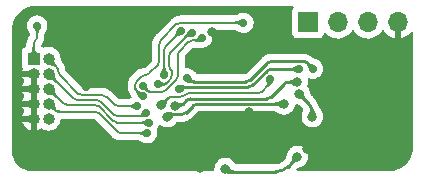
<source format=gbr>
%TF.GenerationSoftware,KiCad,Pcbnew,(6.0.5)*%
%TF.CreationDate,2022-05-16T17:27:05-05:00*%
%TF.ProjectId,dap42,64617034-322e-46b6-9963-61645f706362,rev?*%
%TF.SameCoordinates,Original*%
%TF.FileFunction,Copper,L2,Bot*%
%TF.FilePolarity,Positive*%
%FSLAX46Y46*%
G04 Gerber Fmt 4.6, Leading zero omitted, Abs format (unit mm)*
G04 Created by KiCad (PCBNEW (6.0.5)) date 2022-05-16 17:27:05*
%MOMM*%
%LPD*%
G01*
G04 APERTURE LIST*
%TA.AperFunction,ComponentPad*%
%ADD10R,1.700000X1.700000*%
%TD*%
%TA.AperFunction,ComponentPad*%
%ADD11O,1.700000X1.700000*%
%TD*%
%TA.AperFunction,ComponentPad*%
%ADD12R,1.005000X1.005000*%
%TD*%
%TA.AperFunction,ComponentPad*%
%ADD13O,1.005000X1.005000*%
%TD*%
%TA.AperFunction,ViaPad*%
%ADD14C,0.800000*%
%TD*%
%TA.AperFunction,ViaPad*%
%ADD15C,0.700000*%
%TD*%
%TA.AperFunction,Conductor*%
%ADD16C,0.250000*%
%TD*%
%TA.AperFunction,Conductor*%
%ADD17C,0.200000*%
%TD*%
G04 APERTURE END LIST*
D10*
%TO.P,J4,1,Pin_1*%
%TO.N,/STM_SWDIO*%
X175590000Y-89400000D03*
D11*
%TO.P,J4,2,Pin_2*%
%TO.N,/STM_SWCLK*%
X178130000Y-89400000D03*
%TO.P,J4,3,Pin_3*%
%TO.N,+3V3*%
X180670000Y-89400000D03*
%TO.P,J4,4,Pin_4*%
%TO.N,GND*%
X183210000Y-89400000D03*
%TD*%
D12*
%TO.P,J2,1,Pin_1*%
%TO.N,Net-(J2-Pad1)*%
X152365000Y-92460000D03*
D13*
%TO.P,J2,2,Pin_2*%
%TO.N,/SWDIO{slash}TMS*%
X153635000Y-92460000D03*
%TO.P,J2,3,Pin_3*%
%TO.N,GND*%
X152365000Y-93730000D03*
%TO.P,J2,4,Pin_4*%
%TO.N,/SWCLK{slash}TCK*%
X153635000Y-93730000D03*
%TO.P,J2,5,Pin_5*%
%TO.N,GND*%
X152365000Y-95000000D03*
%TO.P,J2,6,Pin_6*%
%TO.N,/SWO{slash}TDO*%
X153635000Y-95000000D03*
%TO.P,J2,7,Pin_7*%
%TO.N,GND*%
X152365000Y-96270000D03*
%TO.P,J2,8,Pin_8*%
%TO.N,/TDI*%
X153635000Y-96270000D03*
%TO.P,J2,9,Pin_9*%
%TO.N,GND*%
X152365000Y-97540000D03*
%TO.P,J2,10,Pin_10*%
%TO.N,/~{RESET}*%
X153635000Y-97540000D03*
%TD*%
D14*
%TO.N,GND*%
X174590000Y-97400000D03*
D15*
X160190000Y-93824500D03*
X165195856Y-88331292D03*
D14*
X179460000Y-93520000D03*
X170590000Y-91080000D03*
X170570000Y-97024500D03*
D15*
X156810000Y-94880000D03*
D14*
X175480000Y-100130000D03*
X183550000Y-95620000D03*
X181950000Y-100170000D03*
D15*
X166680000Y-93200000D03*
X155630000Y-98090000D03*
X155580000Y-89940000D03*
D14*
X166463824Y-101741461D03*
X167480498Y-90227592D03*
X177304500Y-95430000D03*
%TO.N,Net-(C2-Pad1)*%
X175960000Y-97370000D03*
X174850000Y-95430000D03*
D15*
%TO.N,Net-(C4-Pad1)*%
X161585587Y-95663620D03*
X170130000Y-89420000D03*
%TO.N,Net-(C5-Pad1)*%
X172360000Y-94210000D03*
D14*
X163160000Y-96390000D03*
D15*
%TO.N,/TDI*%
X161966493Y-98776305D03*
%TO.N,/SWO{slash}TDO*%
X162120000Y-97890000D03*
%TO.N,/SWCLK{slash}TCK*%
X161868559Y-97026356D03*
%TO.N,/SWDIO{slash}TMS*%
X161150235Y-96484955D03*
%TO.N,Net-(J2-Pad1)*%
X152670000Y-89670000D03*
%TO.N,/STM_SWDIO*%
X164710000Y-95050500D03*
X174790000Y-93360000D03*
%TO.N,/STM_SWCLK*%
X165370000Y-94140000D03*
X176020000Y-93310000D03*
D14*
%TO.N,Net-(R2-Pad2)*%
X174696874Y-100751061D03*
X168590000Y-101770000D03*
D15*
%TO.N,Net-(R6-Pad1)*%
X163417109Y-93817671D03*
X164800000Y-90140000D03*
%TO.N,Net-(R7-Pad1)*%
X165770000Y-90280000D03*
X162924500Y-94632387D03*
%TO.N,Net-(R8-Pad1)*%
X166643788Y-90676447D03*
X161600500Y-94760000D03*
D14*
%TO.N,/USB_DM*%
X163670000Y-97370000D03*
X173560000Y-96300000D03*
%TO.N,/USB_DP*%
X164299489Y-96447709D03*
X174673938Y-94446126D03*
%TD*%
D16*
%TO.N,Net-(C2-Pad1)*%
X175520660Y-96100660D02*
X174850000Y-95430000D01*
X175960000Y-97370000D02*
X175960000Y-97161320D01*
X175959985Y-97161320D02*
G75*
G03*
X175520660Y-96100660I-1499985J20D01*
G01*
D17*
%TO.N,Net-(C4-Pad1)*%
X161435505Y-94006447D02*
X161097435Y-94344517D01*
X163017589Y-91210970D02*
X163017589Y-92655304D01*
X162871142Y-93008858D02*
X162166446Y-93713554D01*
X164455005Y-89566447D02*
X163164035Y-90857417D01*
X161812893Y-93860000D02*
X161789059Y-93860000D01*
X170130000Y-89420000D02*
X164808559Y-89420000D01*
X161097436Y-95175469D02*
X161585587Y-95663620D01*
X160950989Y-94698070D02*
X160950989Y-94821915D01*
X160950982Y-94821915D02*
G75*
G03*
X161097436Y-95175469I500018J15D01*
G01*
X163017571Y-91210970D02*
G75*
G02*
X163164035Y-90857417I500029J-30D01*
G01*
X161435526Y-94006468D02*
G75*
G02*
X161789059Y-93860000I353574J-353532D01*
G01*
X161812893Y-93859995D02*
G75*
G03*
X162166446Y-93713554I7J499995D01*
G01*
X163017595Y-92655304D02*
G75*
G02*
X162871142Y-93008858I-499995J4D01*
G01*
X161097448Y-94344530D02*
G75*
G03*
X160950989Y-94698070I353552J-353570D01*
G01*
X164808559Y-89419971D02*
G75*
G03*
X164455005Y-89566447I41J-500029D01*
G01*
%TO.N,Net-(C5-Pad1)*%
X164057107Y-95700000D02*
X164777927Y-95700000D01*
X172360000Y-94382893D02*
X172360000Y-94210000D01*
X165491181Y-95400960D02*
X171341933Y-95400960D01*
X171695487Y-95254513D02*
X172213554Y-94736446D01*
X163160000Y-96390000D02*
X163703554Y-95846446D01*
X165131481Y-95553553D02*
X165137628Y-95547406D01*
X171341933Y-95400995D02*
G75*
G03*
X171695487Y-95254513I-33J499995D01*
G01*
X163703551Y-95846443D02*
G75*
G02*
X164057107Y-95700000I353549J-353557D01*
G01*
X165137629Y-95547407D02*
G75*
G02*
X165491181Y-95400960I353571J-353593D01*
G01*
X165131467Y-95553539D02*
G75*
G02*
X164777927Y-95700000I-353567J353539D01*
G01*
X172359995Y-94382893D02*
G75*
G02*
X172213554Y-94736446I-499995J-7D01*
G01*
%TO.N,/TDI*%
X159768406Y-98776305D02*
X161966493Y-98776305D01*
X153635000Y-96270000D02*
X154168554Y-96803554D01*
X157881441Y-97096447D02*
X159414853Y-98629859D01*
X154522107Y-96950000D02*
X157527887Y-96950000D01*
X157881447Y-97096441D02*
G75*
G03*
X157527887Y-96950000I-353547J-353559D01*
G01*
X154168551Y-96803557D02*
G75*
G03*
X154522107Y-96950000I353549J353557D01*
G01*
X159414849Y-98629863D02*
G75*
G03*
X159768406Y-98776305I353551J353563D01*
G01*
%TO.N,/SWO{slash}TDO*%
X155211147Y-96369040D02*
X157527407Y-96369040D01*
X162120000Y-97890000D02*
X159462581Y-97890000D01*
X153635000Y-95000000D02*
X154857594Y-96222594D01*
X159109027Y-97743553D02*
X157880961Y-96515487D01*
X155211147Y-96368995D02*
G75*
G02*
X154857594Y-96222594I-47J499995D01*
G01*
X159462581Y-97890013D02*
G75*
G02*
X159109027Y-97743553I19J500013D01*
G01*
X157527407Y-96369024D02*
G75*
G02*
X157880960Y-96515488I-7J-499976D01*
G01*
%TO.N,/SWCLK{slash}TCK*%
X157692893Y-95969520D02*
X156081627Y-95969520D01*
X159124759Y-97194279D02*
X158046446Y-96115966D01*
X159478313Y-97340726D02*
X161347082Y-97340726D01*
X155728073Y-95823073D02*
X153635000Y-93730000D01*
X161700636Y-97194279D02*
X161868559Y-97026356D01*
X159124747Y-97194291D02*
G75*
G03*
X159478313Y-97340726I353553J353591D01*
G01*
X161347082Y-97340705D02*
G75*
G03*
X161700635Y-97194278I18J500005D01*
G01*
X158046445Y-96115967D02*
G75*
G03*
X157692893Y-95969520I-353545J-353533D01*
G01*
X155728055Y-95823091D02*
G75*
G03*
X156081627Y-95969520I353545J353591D01*
G01*
%TO.N,/SWDIO{slash}TMS*%
X154437011Y-93499904D02*
X154437011Y-93469118D01*
X158556447Y-95716447D02*
X159178509Y-96338509D01*
X161150235Y-96484955D02*
X159532062Y-96484955D01*
X156507107Y-95570000D02*
X158202893Y-95570000D01*
X154290564Y-93115564D02*
X153635000Y-92460000D01*
X156153553Y-95423553D02*
X154583457Y-93853457D01*
X158556450Y-95716444D02*
G75*
G03*
X158202893Y-95570000I-353550J-353556D01*
G01*
X154437005Y-93499904D02*
G75*
G03*
X154583457Y-93853457I499995J4D01*
G01*
X154436995Y-93469118D02*
G75*
G03*
X154290564Y-93115564I-499995J18D01*
G01*
X156507107Y-95569995D02*
G75*
G02*
X156153553Y-95423553I-7J499995D01*
G01*
X159178537Y-96338481D02*
G75*
G03*
X159532062Y-96484955I353563J353481D01*
G01*
%TO.N,Net-(J2-Pad1)*%
X152670000Y-89670000D02*
X152670000Y-90635736D01*
X152365000Y-91189264D02*
X152365000Y-92460000D01*
X152582132Y-90847868D02*
X152452868Y-90977132D01*
X152582114Y-90847850D02*
G75*
G03*
X152670000Y-90635736I-212114J212150D01*
G01*
X152452886Y-90977150D02*
G75*
G03*
X152365000Y-91189264I212114J-212150D01*
G01*
D16*
%TO.N,/STM_SWDIO*%
X170892543Y-94723553D02*
X172109650Y-93506446D01*
X164710000Y-95050500D02*
X164744054Y-95016446D01*
X172463203Y-93360000D02*
X174790000Y-93360000D01*
X165097607Y-94870000D02*
X170538989Y-94870000D01*
X165097607Y-94870005D02*
G75*
G03*
X164744054Y-95016446I-7J-499995D01*
G01*
X170538989Y-94869992D02*
G75*
G03*
X170892543Y-94723553I11J499992D01*
G01*
X172463203Y-93360002D02*
G75*
G03*
X172109650Y-93506446I-3J-499998D01*
G01*
%TO.N,/STM_SWCLK*%
X172501996Y-92685489D02*
X175188382Y-92685489D01*
X165370000Y-94140000D02*
X165504034Y-94274034D01*
X175541936Y-92831936D02*
X176020000Y-93310000D01*
X165857587Y-94420480D02*
X170352791Y-94420480D01*
X170706345Y-94274033D02*
X172148443Y-92831935D01*
X172148443Y-92831935D02*
G75*
G02*
X172501996Y-92685489I353557J-353565D01*
G01*
X170352791Y-94420479D02*
G75*
G03*
X170706345Y-94274033I9J499979D01*
G01*
X175541947Y-92831925D02*
G75*
G03*
X175188382Y-92685489I-353547J-353575D01*
G01*
X165857587Y-94420495D02*
G75*
G02*
X165504034Y-94274034I13J499995D01*
G01*
%TO.N,Net-(R2-Pad2)*%
X174696874Y-100823126D02*
X174696874Y-100751061D01*
X168590000Y-101770000D02*
X168860000Y-102040000D01*
X168860000Y-102040000D02*
X172858680Y-102040000D01*
X173919340Y-101600660D02*
X174696874Y-100823126D01*
X173919321Y-101600641D02*
G75*
G02*
X172858680Y-102040000I-1060721J1060741D01*
G01*
D17*
%TO.N,Net-(R6-Pad1)*%
X163417109Y-93817671D02*
X163417109Y-91729998D01*
X163563556Y-91376444D02*
X164800000Y-90140000D01*
X163417105Y-91729998D02*
G75*
G02*
X163563556Y-91376444I499995J-2D01*
G01*
%TO.N,Net-(R7-Pad1)*%
X163313834Y-94632387D02*
X162924500Y-94632387D01*
X165770000Y-90280000D02*
X165578548Y-90280000D01*
X163963076Y-93413076D02*
X164066620Y-93516620D01*
X164066620Y-93516620D02*
X164066620Y-93879601D01*
X163816629Y-92249026D02*
X163816629Y-93059522D01*
X163920173Y-94233155D02*
X163667387Y-94485941D01*
X165578548Y-90280000D02*
X163963075Y-91895473D01*
X163963068Y-91895466D02*
G75*
G03*
X163816629Y-92249026I353532J-353534D01*
G01*
X163920177Y-94233159D02*
G75*
G03*
X164066620Y-93879601I-353577J353559D01*
G01*
X163667367Y-94485921D02*
G75*
G02*
X163313834Y-94632387I-353567J353521D01*
G01*
X163963093Y-93413059D02*
G75*
G02*
X163816629Y-93059522I353507J353559D01*
G01*
%TO.N,Net-(R8-Pad1)*%
X162329505Y-95281898D02*
X163229329Y-95281898D01*
X163582882Y-95135452D02*
X164423553Y-94294781D01*
X166390724Y-90929511D02*
X166643788Y-90676447D01*
X164570000Y-93941227D02*
X164570000Y-92157107D01*
X165797596Y-90929511D02*
X166390724Y-90929511D01*
X164716446Y-91803554D02*
X165444042Y-91075958D01*
X161600500Y-94760000D02*
X161975951Y-95135451D01*
X166643788Y-90676447D02*
X166499208Y-90676447D01*
X164570019Y-93941227D02*
G75*
G02*
X164423553Y-94294781I-500019J27D01*
G01*
X165797596Y-90929505D02*
G75*
G03*
X165444042Y-91075958I4J-499995D01*
G01*
X164716443Y-91803551D02*
G75*
G03*
X164570000Y-92157107I353557J-353549D01*
G01*
X162329505Y-95281895D02*
G75*
G02*
X161975951Y-95135451I-5J499995D01*
G01*
X163582867Y-95135437D02*
G75*
G02*
X163229329Y-95281898I-353567J353537D01*
G01*
D16*
%TO.N,/USB_DM*%
X166217117Y-96300000D02*
X173560000Y-96300000D01*
X163670000Y-97370000D02*
X163721345Y-97318655D01*
X164074898Y-97172209D02*
X164930694Y-97172209D01*
X165284248Y-97025762D02*
X165863564Y-96446446D01*
X164074898Y-97172205D02*
G75*
G03*
X163721345Y-97318655I2J-499995D01*
G01*
X166217117Y-96300012D02*
G75*
G03*
X165863564Y-96446446I-17J-499988D01*
G01*
X164930694Y-97172202D02*
G75*
G03*
X165284248Y-97025762I6J500002D01*
G01*
%TO.N,/USB_DP*%
X173940981Y-94446126D02*
X174673938Y-94446126D01*
X164299489Y-96447709D02*
X164630580Y-96447709D01*
X164984134Y-96301262D02*
X165288470Y-95996926D01*
X172475967Y-95704033D02*
X173587428Y-94592572D01*
X165642023Y-95850480D02*
X172122413Y-95850480D01*
X173940981Y-94446105D02*
G75*
G03*
X173587428Y-94592572I19J-499995D01*
G01*
X172122413Y-95850495D02*
G75*
G03*
X172475967Y-95704033I-13J499995D01*
G01*
X165642023Y-95850502D02*
G75*
G03*
X165288470Y-95996926I-23J-499998D01*
G01*
X164630580Y-96447692D02*
G75*
G03*
X164984134Y-96301262I20J499992D01*
G01*
%TD*%
%TA.AperFunction,Conductor*%
%TO.N,Net-(R8-Pad1)*%
G36*
X161734507Y-94641296D02*
G01*
X161922614Y-94644973D01*
X161930818Y-94648561D01*
X161933582Y-94653277D01*
X161954714Y-94722982D01*
X161954890Y-94723631D01*
X161973086Y-94799012D01*
X161973135Y-94799224D01*
X161989126Y-94871527D01*
X162005911Y-94939227D01*
X162026552Y-95001059D01*
X162054129Y-95055828D01*
X162054520Y-95056311D01*
X162054522Y-95056315D01*
X162080334Y-95088254D01*
X162091721Y-95102343D01*
X162092335Y-95102792D01*
X162092336Y-95102793D01*
X162107078Y-95113574D01*
X162142408Y-95139412D01*
X162143102Y-95139686D01*
X162143105Y-95139688D01*
X162185337Y-95156381D01*
X162209269Y-95165841D01*
X162240713Y-95171171D01*
X162284764Y-95178638D01*
X162292348Y-95183399D01*
X162294466Y-95191171D01*
X162287582Y-95271605D01*
X162279578Y-95365122D01*
X162279385Y-95367372D01*
X162275265Y-95375323D01*
X162266073Y-95377956D01*
X162176275Y-95365122D01*
X162174832Y-95364822D01*
X162091664Y-95341985D01*
X162090236Y-95341492D01*
X162020944Y-95312427D01*
X162019777Y-95311859D01*
X162004051Y-95303100D01*
X162000465Y-95300004D01*
X161978208Y-95270999D01*
X161863212Y-95182759D01*
X161729296Y-95127290D01*
X161608025Y-95111324D01*
X161586347Y-95108470D01*
X161585587Y-95108370D01*
X161584827Y-95108470D01*
X161584824Y-95108470D01*
X161581828Y-95108864D01*
X161573179Y-95106545D01*
X161568827Y-95099545D01*
X161479592Y-94650520D01*
X161481341Y-94641737D01*
X161488787Y-94636763D01*
X161491295Y-94636541D01*
X161734507Y-94641296D01*
G37*
%TD.AperFunction*%
%TD*%
%TA.AperFunction,Conductor*%
%TO.N,/USB_DM*%
G36*
X163726862Y-96971375D02*
G01*
X163759062Y-96972154D01*
X163759672Y-96972185D01*
X163835703Y-96978007D01*
X163836297Y-96978068D01*
X163890884Y-96985061D01*
X163903253Y-96986646D01*
X163903711Y-96986713D01*
X163930106Y-96991186D01*
X163965346Y-96997158D01*
X163965579Y-96997200D01*
X164025476Y-97008604D01*
X164087143Y-97020031D01*
X164103899Y-97022660D01*
X164125810Y-97026099D01*
X164128473Y-97026849D01*
X164138292Y-97030916D01*
X164142727Y-97032753D01*
X164299489Y-97053391D01*
X164300249Y-97053291D01*
X164355881Y-97045967D01*
X164357651Y-97045870D01*
X164370162Y-97046129D01*
X164410741Y-97046971D01*
X164418940Y-97050568D01*
X164422197Y-97058668D01*
X164422197Y-97286127D01*
X164418770Y-97294400D01*
X164411131Y-97297810D01*
X164394909Y-97298691D01*
X164348365Y-97301218D01*
X164348361Y-97301218D01*
X164347983Y-97301239D01*
X164347614Y-97301309D01*
X164347608Y-97301310D01*
X164286872Y-97312871D01*
X164286870Y-97312871D01*
X164286400Y-97312961D01*
X164262200Y-97321882D01*
X164235750Y-97331633D01*
X164235746Y-97331635D01*
X164235252Y-97331817D01*
X164210583Y-97346438D01*
X164192778Y-97356990D01*
X164192775Y-97356992D01*
X164192340Y-97357250D01*
X164191952Y-97357581D01*
X164155770Y-97388446D01*
X164155766Y-97388450D01*
X164155467Y-97388705D01*
X164122435Y-97425624D01*
X164091047Y-97467452D01*
X164090980Y-97467548D01*
X164090969Y-97467564D01*
X164059116Y-97513614D01*
X164059105Y-97513630D01*
X164024518Y-97563451D01*
X164024320Y-97563728D01*
X163989770Y-97610107D01*
X163982079Y-97614694D01*
X163976806Y-97614256D01*
X163501944Y-97461588D01*
X163495117Y-97455793D01*
X163494546Y-97446406D01*
X163536648Y-97332089D01*
X163641653Y-97046971D01*
X163667107Y-96977856D01*
X163673182Y-96971276D01*
X163678367Y-96970202D01*
X163726862Y-96971375D01*
G37*
%TD.AperFunction*%
%TD*%
%TA.AperFunction,Conductor*%
%TO.N,/SWO{slash}TDO*%
G36*
X161973521Y-97580848D02*
G01*
X162191013Y-97790000D01*
X162286231Y-97881567D01*
X162289819Y-97889771D01*
X162286231Y-97898433D01*
X162190557Y-97990438D01*
X161973520Y-98199152D01*
X161965181Y-98202417D01*
X161959970Y-98201078D01*
X161956303Y-98199152D01*
X161941765Y-98191518D01*
X161906065Y-98172770D01*
X161905463Y-98172430D01*
X161853500Y-98141093D01*
X161853116Y-98140851D01*
X161807324Y-98110753D01*
X161807263Y-98110713D01*
X161764840Y-98082450D01*
X161723248Y-98056814D01*
X161679693Y-98034433D01*
X161631384Y-98015934D01*
X161631037Y-98015847D01*
X161575847Y-98002024D01*
X161575844Y-98002024D01*
X161575527Y-98001944D01*
X161509330Y-97993090D01*
X161509066Y-97993080D01*
X161509058Y-97993079D01*
X161441245Y-97990438D01*
X161433111Y-97986692D01*
X161430000Y-97978747D01*
X161430000Y-97801253D01*
X161433427Y-97792980D01*
X161441244Y-97789562D01*
X161509057Y-97786920D01*
X161509065Y-97786919D01*
X161509330Y-97786909D01*
X161575527Y-97778055D01*
X161575844Y-97777975D01*
X161575847Y-97777975D01*
X161631037Y-97764152D01*
X161631038Y-97764152D01*
X161631384Y-97764065D01*
X161679693Y-97745566D01*
X161723248Y-97723185D01*
X161764840Y-97697549D01*
X161807263Y-97669286D01*
X161853123Y-97639143D01*
X161853500Y-97638906D01*
X161905463Y-97607569D01*
X161906065Y-97607229D01*
X161959970Y-97578922D01*
X161968888Y-97578110D01*
X161973521Y-97580848D01*
G37*
%TD.AperFunction*%
%TD*%
%TA.AperFunction,Conductor*%
%TO.N,/SWCLK{slash}TCK*%
G36*
X154132449Y-93658936D02*
G01*
X154138323Y-93721954D01*
X154139084Y-93781391D01*
X154137325Y-93838065D01*
X154135641Y-93892793D01*
X154136629Y-93946391D01*
X154142882Y-93999676D01*
X154156996Y-94053467D01*
X154181566Y-94108578D01*
X154219188Y-94165829D01*
X154272456Y-94226035D01*
X154131035Y-94367456D01*
X154070829Y-94314188D01*
X154013578Y-94276566D01*
X153958467Y-94251996D01*
X153904676Y-94237882D01*
X153851391Y-94231629D01*
X153797793Y-94230641D01*
X153743065Y-94232325D01*
X153686391Y-94234084D01*
X153626954Y-94233323D01*
X153563936Y-94227449D01*
X153458777Y-93561442D01*
X153460843Y-93556166D01*
X153466564Y-93553796D01*
X154132449Y-93658936D01*
G37*
%TD.AperFunction*%
%TD*%
%TA.AperFunction,Conductor*%
%TO.N,Net-(C5-Pad1)*%
G36*
X172397203Y-94048527D02*
G01*
X172398099Y-94049994D01*
X172582894Y-94409625D01*
X172603617Y-94449955D01*
X172604350Y-94458879D01*
X172601541Y-94463517D01*
X172555411Y-94510302D01*
X172555357Y-94510358D01*
X172511412Y-94556311D01*
X172473239Y-94597447D01*
X172473206Y-94597483D01*
X172438641Y-94635642D01*
X172438594Y-94635694D01*
X172405378Y-94672817D01*
X172405367Y-94672829D01*
X172371232Y-94710872D01*
X172371168Y-94710943D01*
X172333835Y-94751868D01*
X172333736Y-94751975D01*
X172291043Y-94797623D01*
X172290931Y-94797741D01*
X172240512Y-94850167D01*
X172188377Y-94902942D01*
X172180127Y-94906419D01*
X172171783Y-94902992D01*
X172046345Y-94777554D01*
X172042918Y-94769281D01*
X172045734Y-94761668D01*
X172054133Y-94751868D01*
X172079839Y-94721871D01*
X172105587Y-94676425D01*
X172106620Y-94672829D01*
X172117293Y-94635642D01*
X172118139Y-94632695D01*
X172119711Y-94589825D01*
X172112515Y-94546955D01*
X172107513Y-94531051D01*
X172098826Y-94503427D01*
X172098822Y-94503417D01*
X172098763Y-94503228D01*
X172080669Y-94457785D01*
X172060503Y-94409900D01*
X172060391Y-94409625D01*
X172040443Y-94358663D01*
X172040195Y-94357965D01*
X172025065Y-94310695D01*
X172025807Y-94301771D01*
X172029394Y-94297617D01*
X172380878Y-94045830D01*
X172389600Y-94043798D01*
X172397203Y-94048527D01*
G37*
%TD.AperFunction*%
%TD*%
%TA.AperFunction,Conductor*%
%TO.N,/SWO{slash}TDO*%
G36*
X154101154Y-94834926D02*
G01*
X154109358Y-94838514D01*
X154112127Y-94843247D01*
X154139846Y-94935209D01*
X154140077Y-94936099D01*
X154159521Y-95025474D01*
X154159645Y-95026136D01*
X154172512Y-95107623D01*
X154172547Y-95107861D01*
X154182821Y-95183693D01*
X154194495Y-95255887D01*
X154211579Y-95326539D01*
X154238102Y-95397872D01*
X154238292Y-95398225D01*
X154238294Y-95398229D01*
X154277905Y-95471760D01*
X154277909Y-95471767D01*
X154278092Y-95472106D01*
X154278317Y-95472417D01*
X154278321Y-95472423D01*
X154332938Y-95547821D01*
X154335576Y-95551463D01*
X154407061Y-95629908D01*
X154410100Y-95638330D01*
X154406686Y-95646061D01*
X154281061Y-95771686D01*
X154272788Y-95775113D01*
X154264908Y-95772061D01*
X154186463Y-95700576D01*
X154186190Y-95700378D01*
X154107423Y-95643321D01*
X154107417Y-95643317D01*
X154107106Y-95643092D01*
X154106767Y-95642909D01*
X154106760Y-95642905D01*
X154033229Y-95603294D01*
X154033225Y-95603292D01*
X154032872Y-95603102D01*
X153961539Y-95576579D01*
X153961198Y-95576497D01*
X153961193Y-95576495D01*
X153928556Y-95568604D01*
X153890887Y-95559495D01*
X153818693Y-95547821D01*
X153742861Y-95537547D01*
X153742636Y-95537514D01*
X153661138Y-95524645D01*
X153660474Y-95524521D01*
X153571099Y-95505077D01*
X153570217Y-95504848D01*
X153478247Y-95477127D01*
X153471315Y-95471459D01*
X153469926Y-95466154D01*
X153457578Y-94834505D01*
X153460843Y-94826166D01*
X153469505Y-94822578D01*
X154101154Y-94834926D01*
G37*
%TD.AperFunction*%
%TD*%
%TA.AperFunction,Conductor*%
%TO.N,/SWCLK{slash}TCK*%
G36*
X161935496Y-96911020D02*
G01*
X161991749Y-96916518D01*
X161999650Y-96920734D01*
X162002256Y-96929301D01*
X162001819Y-96931519D01*
X161909471Y-97239790D01*
X161870993Y-97368232D01*
X161865336Y-97375173D01*
X161860081Y-97376569D01*
X161812140Y-97377777D01*
X161797148Y-97378154D01*
X161797143Y-97378154D01*
X161796995Y-97378158D01*
X161743186Y-97382456D01*
X161735888Y-97383039D01*
X161735886Y-97383039D01*
X161735751Y-97383050D01*
X161681930Y-97390259D01*
X161660446Y-97394075D01*
X161632702Y-97399002D01*
X161632670Y-97399008D01*
X161632637Y-97399014D01*
X161632575Y-97399026D01*
X161632551Y-97399031D01*
X161584975Y-97408541D01*
X161584918Y-97408552D01*
X161571860Y-97411095D01*
X161536205Y-97418036D01*
X161535909Y-97418090D01*
X161516044Y-97421366D01*
X161483218Y-97426779D01*
X161482707Y-97426852D01*
X161454398Y-97430245D01*
X161423097Y-97433997D01*
X161422539Y-97434050D01*
X161404287Y-97435324D01*
X161352984Y-97438904D01*
X161352424Y-97438929D01*
X161281728Y-97440466D01*
X161273383Y-97437220D01*
X161269774Y-97428769D01*
X161269774Y-97251445D01*
X161273201Y-97243172D01*
X161280452Y-97239790D01*
X161331745Y-97235296D01*
X161380022Y-97219789D01*
X161380686Y-97219350D01*
X161380688Y-97219349D01*
X161416280Y-97195816D01*
X161416281Y-97195815D01*
X161416942Y-97195378D01*
X161444840Y-97163235D01*
X161466053Y-97124533D01*
X161482918Y-97080445D01*
X161497769Y-97032145D01*
X161512892Y-96980981D01*
X161513013Y-96980597D01*
X161530634Y-96928024D01*
X161530954Y-96927179D01*
X161550255Y-96881611D01*
X161556637Y-96875329D01*
X161562164Y-96874529D01*
X161935496Y-96911020D01*
G37*
%TD.AperFunction*%
%TD*%
%TA.AperFunction,Conductor*%
%TO.N,Net-(J2-Pad1)*%
G36*
X152678433Y-89503769D02*
G01*
X152979152Y-89816480D01*
X152982417Y-89824819D01*
X152981077Y-89830030D01*
X152952769Y-89883934D01*
X152952430Y-89884536D01*
X152921093Y-89936499D01*
X152920856Y-89936876D01*
X152890713Y-89982736D01*
X152862450Y-90025159D01*
X152836814Y-90066751D01*
X152814433Y-90110306D01*
X152795934Y-90158615D01*
X152781944Y-90214472D01*
X152773090Y-90280669D01*
X152773080Y-90280933D01*
X152773079Y-90280941D01*
X152770438Y-90348755D01*
X152766692Y-90356889D01*
X152758747Y-90360000D01*
X152581253Y-90360000D01*
X152572980Y-90356573D01*
X152569562Y-90348756D01*
X152566920Y-90280942D01*
X152566919Y-90280934D01*
X152566909Y-90280669D01*
X152558055Y-90214472D01*
X152544065Y-90158615D01*
X152525566Y-90110306D01*
X152503185Y-90066751D01*
X152477549Y-90025159D01*
X152449286Y-89982736D01*
X152419143Y-89936876D01*
X152418906Y-89936499D01*
X152387569Y-89884536D01*
X152387229Y-89883934D01*
X152358922Y-89830030D01*
X152358110Y-89821112D01*
X152360848Y-89816480D01*
X152661567Y-89503769D01*
X152669771Y-89500181D01*
X152678433Y-89503769D01*
G37*
%TD.AperFunction*%
%TD*%
%TA.AperFunction,Conductor*%
%TO.N,Net-(R6-Pad1)*%
G36*
X163514129Y-93131098D02*
G01*
X163517547Y-93138915D01*
X163520199Y-93207001D01*
X163529053Y-93273198D01*
X163543043Y-93329055D01*
X163561542Y-93377364D01*
X163583923Y-93420919D01*
X163609559Y-93462511D01*
X163637822Y-93504934D01*
X163637862Y-93504995D01*
X163667960Y-93550787D01*
X163668202Y-93551171D01*
X163699539Y-93603134D01*
X163699879Y-93603736D01*
X163728187Y-93657641D01*
X163728999Y-93666559D01*
X163726261Y-93671191D01*
X163425542Y-93983902D01*
X163417338Y-93987490D01*
X163408676Y-93983902D01*
X163107957Y-93671191D01*
X163104692Y-93662852D01*
X163106031Y-93657641D01*
X163134338Y-93603736D01*
X163134678Y-93603134D01*
X163166015Y-93551171D01*
X163166257Y-93550787D01*
X163196355Y-93504995D01*
X163196395Y-93504934D01*
X163224658Y-93462511D01*
X163250294Y-93420919D01*
X163272675Y-93377364D01*
X163291174Y-93329055D01*
X163305164Y-93273198D01*
X163314018Y-93207001D01*
X163316671Y-93138915D01*
X163320417Y-93130782D01*
X163328362Y-93127671D01*
X163505856Y-93127671D01*
X163514129Y-93131098D01*
G37*
%TD.AperFunction*%
%TD*%
%TA.AperFunction,Conductor*%
%TO.N,/USB_DP*%
G36*
X174394069Y-94171512D02*
G01*
X174860380Y-94438367D01*
X174865858Y-94445450D01*
X174864723Y-94454332D01*
X174862678Y-94456954D01*
X174632985Y-94677840D01*
X174505678Y-94800265D01*
X174497339Y-94803530D01*
X174492107Y-94802178D01*
X174442556Y-94776015D01*
X174406361Y-94756903D01*
X174405889Y-94756640D01*
X174317970Y-94704890D01*
X174317885Y-94704839D01*
X174234128Y-94654578D01*
X174234118Y-94654572D01*
X174234041Y-94654526D01*
X174233975Y-94654489D01*
X174233957Y-94654479D01*
X174191502Y-94630947D01*
X174153227Y-94609732D01*
X174137768Y-94602832D01*
X174074827Y-94574739D01*
X174074822Y-94574737D01*
X174074425Y-94574560D01*
X174074004Y-94574444D01*
X174073999Y-94574442D01*
X173997159Y-94553236D01*
X173997156Y-94553236D01*
X173996531Y-94553063D01*
X173950381Y-94550834D01*
X173919236Y-94549329D01*
X173919234Y-94549329D01*
X173918443Y-94549291D01*
X173917673Y-94549466D01*
X173917669Y-94549466D01*
X173839827Y-94567122D01*
X173839825Y-94567123D01*
X173839057Y-94567297D01*
X173757271Y-94611133D01*
X173680092Y-94677840D01*
X173671593Y-94680657D01*
X173664291Y-94677381D01*
X173558413Y-94574560D01*
X173501790Y-94519572D01*
X173498242Y-94511350D01*
X173501548Y-94503028D01*
X173502285Y-94502332D01*
X173590194Y-94426255D01*
X173592062Y-94424934D01*
X173610974Y-94414169D01*
X173685403Y-94371802D01*
X173687503Y-94370866D01*
X173778184Y-94340805D01*
X173780011Y-94340359D01*
X173868932Y-94326079D01*
X173870027Y-94325957D01*
X173941913Y-94321357D01*
X173957886Y-94320335D01*
X173958074Y-94320324D01*
X174044888Y-94316170D01*
X174044898Y-94316169D01*
X174045089Y-94316160D01*
X174131119Y-94306142D01*
X174216507Y-94282919D01*
X174301659Y-94239141D01*
X174380731Y-94172709D01*
X174389271Y-94170011D01*
X174394069Y-94171512D01*
G37*
%TD.AperFunction*%
%TD*%
%TA.AperFunction,Conductor*%
%TO.N,/SWDIO{slash}TMS*%
G36*
X161003756Y-96175803D02*
G01*
X161221248Y-96384955D01*
X161316466Y-96476522D01*
X161320054Y-96484726D01*
X161316466Y-96493388D01*
X161220792Y-96585393D01*
X161003755Y-96794107D01*
X160995416Y-96797372D01*
X160990205Y-96796033D01*
X160986538Y-96794107D01*
X160972000Y-96786473D01*
X160936300Y-96767725D01*
X160935698Y-96767385D01*
X160883735Y-96736048D01*
X160883351Y-96735806D01*
X160837559Y-96705708D01*
X160837498Y-96705668D01*
X160795075Y-96677405D01*
X160753483Y-96651769D01*
X160709928Y-96629388D01*
X160661619Y-96610889D01*
X160661272Y-96610802D01*
X160606082Y-96596979D01*
X160606079Y-96596979D01*
X160605762Y-96596899D01*
X160539565Y-96588045D01*
X160539301Y-96588035D01*
X160539293Y-96588034D01*
X160471480Y-96585393D01*
X160463346Y-96581647D01*
X160460235Y-96573702D01*
X160460235Y-96396208D01*
X160463662Y-96387935D01*
X160471479Y-96384517D01*
X160539292Y-96381875D01*
X160539300Y-96381874D01*
X160539565Y-96381864D01*
X160605762Y-96373010D01*
X160606079Y-96372930D01*
X160606082Y-96372930D01*
X160661272Y-96359107D01*
X160661273Y-96359107D01*
X160661619Y-96359020D01*
X160709928Y-96340521D01*
X160753483Y-96318140D01*
X160795075Y-96292504D01*
X160837498Y-96264241D01*
X160883358Y-96234098D01*
X160883735Y-96233861D01*
X160935698Y-96202524D01*
X160936300Y-96202184D01*
X160990205Y-96173877D01*
X160999123Y-96173065D01*
X161003756Y-96175803D01*
G37*
%TD.AperFunction*%
%TD*%
%TA.AperFunction,Conductor*%
%TO.N,Net-(C5-Pad1)*%
G36*
X164061654Y-95603796D02*
G01*
X164065653Y-95611808D01*
X164065681Y-95612798D01*
X164063881Y-95736029D01*
X164063102Y-95789326D01*
X164059554Y-95797548D01*
X164052257Y-95800824D01*
X163978412Y-95806223D01*
X163943939Y-95808744D01*
X163943937Y-95808744D01*
X163943285Y-95808792D01*
X163942659Y-95808983D01*
X163850009Y-95837255D01*
X163850007Y-95837256D01*
X163849243Y-95837489D01*
X163824654Y-95853255D01*
X163777494Y-95883492D01*
X163777492Y-95883494D01*
X163776807Y-95883933D01*
X163776268Y-95884542D01*
X163776266Y-95884544D01*
X163756232Y-95907192D01*
X163721968Y-95945926D01*
X163680714Y-96021269D01*
X163649035Y-96107763D01*
X163622919Y-96203208D01*
X163622893Y-96203318D01*
X163622890Y-96203328D01*
X163598369Y-96305354D01*
X163598335Y-96305491D01*
X163571408Y-96411873D01*
X163571251Y-96412435D01*
X163540332Y-96513171D01*
X163534628Y-96520075D01*
X163529378Y-96521436D01*
X163034198Y-96531116D01*
X163025860Y-96527851D01*
X163022272Y-96519647D01*
X163022680Y-96516347D01*
X163163694Y-95997951D01*
X163169172Y-95990867D01*
X163174011Y-95989362D01*
X163228227Y-95984844D01*
X163280448Y-95980492D01*
X163280451Y-95980491D01*
X163281080Y-95980439D01*
X163281682Y-95980253D01*
X163281685Y-95980252D01*
X163374997Y-95951360D01*
X163375002Y-95951358D01*
X163375570Y-95951182D01*
X163454992Y-95907192D01*
X163525022Y-95853389D01*
X163575463Y-95808744D01*
X163591253Y-95794769D01*
X163591382Y-95794656D01*
X163659193Y-95736389D01*
X163660060Y-95735712D01*
X163734764Y-95682851D01*
X163736362Y-95681901D01*
X163823732Y-95638969D01*
X163825858Y-95638170D01*
X163931890Y-95609701D01*
X163934103Y-95609330D01*
X164053161Y-95600958D01*
X164061654Y-95603796D01*
G37*
%TD.AperFunction*%
%TD*%
%TA.AperFunction,Conductor*%
%TO.N,/STM_SWDIO*%
G36*
X164748135Y-94701119D02*
G01*
X164786625Y-94701743D01*
X164786987Y-94701754D01*
X164852853Y-94705119D01*
X164853217Y-94705144D01*
X164911541Y-94710102D01*
X164911797Y-94710128D01*
X164965693Y-94716159D01*
X164965765Y-94716168D01*
X164987644Y-94718909D01*
X165018306Y-94722750D01*
X165018309Y-94722750D01*
X165048481Y-94726423D01*
X165072346Y-94729328D01*
X165072387Y-94729333D01*
X165072415Y-94729336D01*
X165072447Y-94729339D01*
X165072489Y-94729344D01*
X165131003Y-94735378D01*
X165131008Y-94735378D01*
X165131091Y-94735387D01*
X165197373Y-94740372D01*
X165197460Y-94740376D01*
X165197479Y-94740377D01*
X165274248Y-94743752D01*
X165274266Y-94743752D01*
X165274300Y-94743754D01*
X165274340Y-94743755D01*
X165274356Y-94743755D01*
X165307129Y-94744205D01*
X165353372Y-94744841D01*
X165361596Y-94748381D01*
X165364910Y-94756540D01*
X165364910Y-94983880D01*
X165361483Y-94992153D01*
X165353805Y-94995564D01*
X165324732Y-94997042D01*
X165302326Y-94998181D01*
X165302321Y-94998182D01*
X165301959Y-94998200D01*
X165249236Y-95007550D01*
X165205036Y-95022678D01*
X165167655Y-95043210D01*
X165135390Y-95068771D01*
X165106537Y-95098987D01*
X165079392Y-95133486D01*
X165079303Y-95133612D01*
X165052250Y-95171893D01*
X165052198Y-95171968D01*
X165023462Y-95213757D01*
X165023339Y-95213932D01*
X164995993Y-95252183D01*
X164988394Y-95256921D01*
X164983197Y-95256610D01*
X164566867Y-95135082D01*
X164559885Y-95129475D01*
X164559136Y-95119891D01*
X164707168Y-94708374D01*
X164713193Y-94701749D01*
X164718367Y-94700636D01*
X164748135Y-94701119D01*
G37*
%TD.AperFunction*%
%TD*%
%TA.AperFunction,Conductor*%
%TO.N,/TDI*%
G36*
X154101109Y-96104925D02*
G01*
X154109313Y-96108513D01*
X154112099Y-96113302D01*
X154142859Y-96217229D01*
X154143048Y-96217953D01*
X154168972Y-96331838D01*
X154169028Y-96332099D01*
X154191884Y-96444259D01*
X154215730Y-96550539D01*
X154244650Y-96646844D01*
X154282754Y-96729220D01*
X154334154Y-96793715D01*
X154335004Y-96794242D01*
X154402040Y-96835808D01*
X154402042Y-96835809D01*
X154402960Y-96836378D01*
X154493285Y-96853254D01*
X154494142Y-96853159D01*
X154494144Y-96853159D01*
X154550158Y-96846946D01*
X154598818Y-96841548D01*
X154607418Y-96844042D01*
X154611526Y-96850627D01*
X154612091Y-96853159D01*
X154649987Y-97022936D01*
X154648445Y-97031757D01*
X154641117Y-97036904D01*
X154639938Y-97037105D01*
X154591299Y-97042839D01*
X154527141Y-97050401D01*
X154524405Y-97050400D01*
X154420776Y-97038146D01*
X154418110Y-97037507D01*
X154329982Y-97005019D01*
X154328038Y-97004091D01*
X154250244Y-96957645D01*
X154249240Y-96956971D01*
X154177002Y-96902884D01*
X154176896Y-96902803D01*
X154106086Y-96848102D01*
X154106082Y-96848099D01*
X154105920Y-96847974D01*
X154031886Y-96799503D01*
X154031438Y-96799310D01*
X154031433Y-96799307D01*
X153950782Y-96764513D01*
X153950781Y-96764513D01*
X153950121Y-96764228D01*
X153855893Y-96748940D01*
X153855126Y-96749019D01*
X153855124Y-96749019D01*
X153777848Y-96756988D01*
X153753024Y-96759548D01*
X153744443Y-96756988D01*
X153741075Y-96752530D01*
X153464506Y-96109013D01*
X153464387Y-96100059D01*
X153470635Y-96093644D01*
X153475484Y-96092695D01*
X154101109Y-96104925D01*
G37*
%TD.AperFunction*%
%TD*%
%TA.AperFunction,Conductor*%
%TO.N,Net-(R7-Pad1)*%
G36*
X165516733Y-90050040D02*
G01*
X165920462Y-90208833D01*
X165926907Y-90215050D01*
X165926892Y-90224425D01*
X165757526Y-90610063D01*
X165752398Y-90621740D01*
X165745934Y-90627937D01*
X165740737Y-90628696D01*
X165689032Y-90624489D01*
X165688752Y-90624462D01*
X165634490Y-90618515D01*
X165622993Y-90617277D01*
X165584778Y-90613162D01*
X165584771Y-90613161D01*
X165584693Y-90613153D01*
X165566777Y-90611957D01*
X165538593Y-90610075D01*
X165538588Y-90610075D01*
X165538335Y-90610058D01*
X165494256Y-90610901D01*
X165493886Y-90610956D01*
X165493880Y-90610957D01*
X165451767Y-90617277D01*
X165451765Y-90617277D01*
X165451295Y-90617348D01*
X165408292Y-90631068D01*
X165364085Y-90653729D01*
X165317516Y-90686999D01*
X165317267Y-90687225D01*
X165317265Y-90687227D01*
X165275676Y-90725042D01*
X165267250Y-90728072D01*
X165259532Y-90724658D01*
X165134027Y-90599153D01*
X165130600Y-90590880D01*
X165133782Y-90582860D01*
X165150400Y-90565210D01*
X165151795Y-90563948D01*
X165192015Y-90533086D01*
X165192621Y-90532621D01*
X165280861Y-90417625D01*
X165299264Y-90373196D01*
X165300096Y-90371562D01*
X165307454Y-90359550D01*
X165307530Y-90359426D01*
X165334212Y-90310868D01*
X165359508Y-90263047D01*
X165359598Y-90262879D01*
X165386484Y-90214408D01*
X165386762Y-90213935D01*
X165418275Y-90163261D01*
X165418713Y-90162607D01*
X165457970Y-90108040D01*
X165458482Y-90107380D01*
X165503465Y-90053435D01*
X165511395Y-90049276D01*
X165516733Y-90050040D01*
G37*
%TD.AperFunction*%
%TD*%
%TA.AperFunction,Conductor*%
%TO.N,Net-(C4-Pad1)*%
G36*
X161050184Y-94859665D02*
G01*
X161054193Y-94866720D01*
X161070101Y-94963727D01*
X161101639Y-95048661D01*
X161145778Y-95114371D01*
X161201243Y-95164390D01*
X161201770Y-95164695D01*
X161201772Y-95164696D01*
X161247714Y-95191249D01*
X161266757Y-95202256D01*
X161267156Y-95202413D01*
X161267162Y-95202416D01*
X161274204Y-95205188D01*
X161277153Y-95206349D01*
X161279988Y-95207952D01*
X161322875Y-95240861D01*
X161456791Y-95296330D01*
X161600500Y-95315250D01*
X161601260Y-95315150D01*
X161628174Y-95311607D01*
X161633183Y-95312037D01*
X161643170Y-95315150D01*
X161692398Y-95330495D01*
X161699275Y-95336229D01*
X161700613Y-95341435D01*
X161707429Y-95690082D01*
X161709046Y-95772824D01*
X161705781Y-95781163D01*
X161697577Y-95784751D01*
X161695068Y-95784529D01*
X161244775Y-95695056D01*
X161237328Y-95690082D01*
X161235519Y-95685531D01*
X161219177Y-95588929D01*
X161219089Y-95588406D01*
X161187909Y-95502477D01*
X161146634Y-95430437D01*
X161098576Y-95367024D01*
X161047094Y-95307035D01*
X161046990Y-95306912D01*
X160995664Y-95245410D01*
X160995073Y-95244639D01*
X160947263Y-95176587D01*
X160946441Y-95175228D01*
X160905157Y-95095266D01*
X160904429Y-95093523D01*
X160872694Y-94996115D01*
X160872260Y-94994311D01*
X160867444Y-94963727D01*
X160855124Y-94885502D01*
X160857223Y-94876797D01*
X160865683Y-94872025D01*
X161041649Y-94856957D01*
X161050184Y-94859665D01*
G37*
%TD.AperFunction*%
%TD*%
%TA.AperFunction,Conductor*%
%TO.N,Net-(C2-Pad1)*%
G36*
X175961335Y-96539132D02*
G01*
X175997077Y-96621278D01*
X176033227Y-96699049D01*
X176066308Y-96765087D01*
X176097462Y-96822650D01*
X176127831Y-96874997D01*
X176158556Y-96925387D01*
X176190781Y-96977078D01*
X176225646Y-97033328D01*
X176261081Y-97092072D01*
X176264213Y-97097265D01*
X176264309Y-97097426D01*
X176295653Y-97151481D01*
X176303738Y-97165425D01*
X176304923Y-97174301D01*
X176302560Y-97178837D01*
X175980882Y-97560273D01*
X175972929Y-97564388D01*
X175964051Y-97561372D01*
X175595692Y-97225229D01*
X175591891Y-97217121D01*
X175592933Y-97211734D01*
X175620076Y-97152196D01*
X175620432Y-97151481D01*
X175649764Y-97097398D01*
X175652551Y-97092258D01*
X175652760Y-97091889D01*
X175684617Y-97037933D01*
X175714034Y-96987292D01*
X175714118Y-96987148D01*
X175739138Y-96937449D01*
X175757661Y-96886569D01*
X175767671Y-96832238D01*
X175767150Y-96772190D01*
X175754082Y-96704155D01*
X175752298Y-96699099D01*
X175730114Y-96636249D01*
X175730592Y-96627307D01*
X175736590Y-96621580D01*
X175946051Y-96533024D01*
X175955006Y-96532958D01*
X175961335Y-96539132D01*
G37*
%TD.AperFunction*%
%TD*%
%TA.AperFunction,Conductor*%
%TO.N,/SWO{slash}TDO*%
G36*
X154132449Y-94928936D02*
G01*
X154138323Y-94991954D01*
X154139084Y-95051391D01*
X154137325Y-95108065D01*
X154135641Y-95162793D01*
X154136629Y-95216391D01*
X154142882Y-95269676D01*
X154156996Y-95323467D01*
X154181566Y-95378578D01*
X154219188Y-95435829D01*
X154272456Y-95496035D01*
X154131035Y-95637456D01*
X154070829Y-95584188D01*
X154013578Y-95546566D01*
X153958467Y-95521996D01*
X153904676Y-95507882D01*
X153851391Y-95501629D01*
X153797793Y-95500641D01*
X153743065Y-95502325D01*
X153686391Y-95504084D01*
X153626954Y-95503323D01*
X153563936Y-95497449D01*
X153458777Y-94831442D01*
X153460843Y-94826166D01*
X153466564Y-94823796D01*
X154132449Y-94928936D01*
G37*
%TD.AperFunction*%
%TD*%
%TA.AperFunction,Conductor*%
%TO.N,Net-(C4-Pad1)*%
G36*
X169983521Y-89110848D02*
G01*
X170201013Y-89320000D01*
X170296231Y-89411567D01*
X170299819Y-89419771D01*
X170296231Y-89428433D01*
X170200557Y-89520438D01*
X169983520Y-89729152D01*
X169975181Y-89732417D01*
X169969970Y-89731078D01*
X169966303Y-89729152D01*
X169951765Y-89721518D01*
X169916065Y-89702770D01*
X169915463Y-89702430D01*
X169863500Y-89671093D01*
X169863116Y-89670851D01*
X169817324Y-89640753D01*
X169817263Y-89640713D01*
X169774840Y-89612450D01*
X169733248Y-89586814D01*
X169689693Y-89564433D01*
X169641384Y-89545934D01*
X169641037Y-89545847D01*
X169585847Y-89532024D01*
X169585844Y-89532024D01*
X169585527Y-89531944D01*
X169519330Y-89523090D01*
X169519066Y-89523080D01*
X169519058Y-89523079D01*
X169451245Y-89520438D01*
X169443111Y-89516692D01*
X169440000Y-89508747D01*
X169440000Y-89331253D01*
X169443427Y-89322980D01*
X169451244Y-89319562D01*
X169519057Y-89316920D01*
X169519065Y-89316919D01*
X169519330Y-89316909D01*
X169585527Y-89308055D01*
X169585844Y-89307975D01*
X169585847Y-89307975D01*
X169641037Y-89294152D01*
X169641038Y-89294152D01*
X169641384Y-89294065D01*
X169689693Y-89275566D01*
X169733248Y-89253185D01*
X169774840Y-89227549D01*
X169817263Y-89199286D01*
X169863123Y-89169143D01*
X169863500Y-89168906D01*
X169915463Y-89137569D01*
X169916065Y-89137229D01*
X169969970Y-89108922D01*
X169978888Y-89108110D01*
X169983521Y-89110848D01*
G37*
%TD.AperFunction*%
%TD*%
%TA.AperFunction,Conductor*%
%TO.N,/TDI*%
G36*
X161820014Y-98467153D02*
G01*
X162037506Y-98676305D01*
X162132724Y-98767872D01*
X162136312Y-98776076D01*
X162132724Y-98784738D01*
X162037050Y-98876743D01*
X161820013Y-99085457D01*
X161811674Y-99088722D01*
X161806463Y-99087383D01*
X161802796Y-99085457D01*
X161788258Y-99077823D01*
X161752558Y-99059075D01*
X161751956Y-99058735D01*
X161699993Y-99027398D01*
X161699609Y-99027156D01*
X161653817Y-98997058D01*
X161653756Y-98997018D01*
X161611333Y-98968755D01*
X161569741Y-98943119D01*
X161526186Y-98920738D01*
X161477877Y-98902239D01*
X161477530Y-98902152D01*
X161422340Y-98888329D01*
X161422337Y-98888329D01*
X161422020Y-98888249D01*
X161355823Y-98879395D01*
X161355559Y-98879385D01*
X161355551Y-98879384D01*
X161287738Y-98876743D01*
X161279604Y-98872997D01*
X161276493Y-98865052D01*
X161276493Y-98687558D01*
X161279920Y-98679285D01*
X161287737Y-98675867D01*
X161355550Y-98673225D01*
X161355558Y-98673224D01*
X161355823Y-98673214D01*
X161422020Y-98664360D01*
X161422337Y-98664280D01*
X161422340Y-98664280D01*
X161477530Y-98650457D01*
X161477531Y-98650457D01*
X161477877Y-98650370D01*
X161526186Y-98631871D01*
X161569741Y-98609490D01*
X161611333Y-98583854D01*
X161653756Y-98555591D01*
X161699616Y-98525448D01*
X161699993Y-98525211D01*
X161751956Y-98493874D01*
X161752558Y-98493534D01*
X161806463Y-98465227D01*
X161815381Y-98464415D01*
X161820014Y-98467153D01*
G37*
%TD.AperFunction*%
%TD*%
%TA.AperFunction,Conductor*%
%TO.N,/USB_DP*%
G36*
X164453530Y-96078909D02*
G01*
X164504727Y-96101921D01*
X164505477Y-96102292D01*
X164560207Y-96131765D01*
X164560518Y-96131938D01*
X164612416Y-96161958D01*
X164661877Y-96189540D01*
X164661885Y-96189544D01*
X164662057Y-96189640D01*
X164710159Y-96212158D01*
X164710554Y-96212280D01*
X164710560Y-96212282D01*
X164756970Y-96226579D01*
X164756973Y-96226580D01*
X164757575Y-96226765D01*
X164805161Y-96230713D01*
X164853771Y-96221256D01*
X164904259Y-96195646D01*
X164904766Y-96195222D01*
X164904769Y-96195220D01*
X164927578Y-96176146D01*
X164949271Y-96158005D01*
X164957815Y-96155326D01*
X164965049Y-96158707D01*
X165125720Y-96319378D01*
X165129147Y-96327651D01*
X165125456Y-96336179D01*
X165090534Y-96368972D01*
X165065983Y-96392026D01*
X165065373Y-96392561D01*
X165004236Y-96442466D01*
X165003569Y-96442971D01*
X164947832Y-96482182D01*
X164947214Y-96482588D01*
X164895287Y-96514415D01*
X164894876Y-96514656D01*
X164845118Y-96542408D01*
X164796213Y-96569218D01*
X164796110Y-96569278D01*
X164796111Y-96569278D01*
X164747078Y-96598114D01*
X164747062Y-96598124D01*
X164746921Y-96598207D01*
X164746781Y-96598301D01*
X164746775Y-96598305D01*
X164695985Y-96632481D01*
X164695976Y-96632488D01*
X164695803Y-96632604D01*
X164641420Y-96675641D01*
X164641262Y-96675788D01*
X164588548Y-96724774D01*
X164580154Y-96727895D01*
X164574909Y-96726434D01*
X164112872Y-96470150D01*
X164107300Y-96463142D01*
X164108317Y-96454245D01*
X164109815Y-96452134D01*
X164228177Y-96319378D01*
X164440000Y-96081795D01*
X164448063Y-96077900D01*
X164453530Y-96078909D01*
G37*
%TD.AperFunction*%
%TD*%
%TA.AperFunction,Conductor*%
%TO.N,/STM_SWDIO*%
G36*
X174643462Y-93050792D02*
G01*
X174846803Y-93246335D01*
X174956231Y-93351567D01*
X174959819Y-93359771D01*
X174956231Y-93368433D01*
X174728203Y-93587717D01*
X174643462Y-93669208D01*
X174635123Y-93672473D01*
X174630006Y-93671182D01*
X174626163Y-93669208D01*
X174577647Y-93644288D01*
X174577276Y-93644088D01*
X174544807Y-93625737D01*
X174525816Y-93615004D01*
X174525612Y-93614885D01*
X174479732Y-93587717D01*
X174479640Y-93587663D01*
X174436889Y-93562868D01*
X174436883Y-93562865D01*
X174436768Y-93562798D01*
X174394371Y-93540658D01*
X174370413Y-93530421D01*
X174350189Y-93521779D01*
X174350180Y-93521776D01*
X174349921Y-93521665D01*
X174349645Y-93521578D01*
X174301119Y-93506299D01*
X174301116Y-93506298D01*
X174300839Y-93506211D01*
X174300551Y-93506152D01*
X174300547Y-93506151D01*
X174283661Y-93502695D01*
X174244545Y-93494688D01*
X174244274Y-93494658D01*
X174244271Y-93494658D01*
X174178683Y-93487511D01*
X174178673Y-93487510D01*
X174178459Y-93487487D01*
X174145944Y-93486456D01*
X174111329Y-93485359D01*
X174103169Y-93481672D01*
X174100000Y-93473665D01*
X174100000Y-93246335D01*
X174103427Y-93238062D01*
X174111329Y-93234641D01*
X174158792Y-93233136D01*
X174178459Y-93232512D01*
X174178673Y-93232489D01*
X174178683Y-93232488D01*
X174244271Y-93225341D01*
X174244274Y-93225341D01*
X174244545Y-93225311D01*
X174283661Y-93217304D01*
X174300547Y-93213848D01*
X174300551Y-93213847D01*
X174300839Y-93213788D01*
X174301116Y-93213701D01*
X174301119Y-93213700D01*
X174349645Y-93198421D01*
X174349647Y-93198420D01*
X174349921Y-93198334D01*
X174350180Y-93198223D01*
X174350189Y-93198220D01*
X174370413Y-93189578D01*
X174394371Y-93179341D01*
X174436768Y-93157201D01*
X174479693Y-93132305D01*
X174479732Y-93132282D01*
X174525612Y-93105114D01*
X174525816Y-93104995D01*
X174577257Y-93075922D01*
X174577668Y-93075701D01*
X174630006Y-93048818D01*
X174638931Y-93048086D01*
X174643462Y-93050792D01*
G37*
%TD.AperFunction*%
%TD*%
%TA.AperFunction,Conductor*%
%TO.N,/USB_DM*%
G36*
X173391703Y-95945826D02*
G01*
X173751231Y-96291567D01*
X173754819Y-96299771D01*
X173751231Y-96308433D01*
X173391703Y-96654174D01*
X173383365Y-96657439D01*
X173378191Y-96656119D01*
X173315994Y-96623736D01*
X173315465Y-96623443D01*
X173306739Y-96618311D01*
X173256061Y-96588503D01*
X173255785Y-96588333D01*
X173203190Y-96555118D01*
X173203188Y-96555115D01*
X173203187Y-96555116D01*
X173154437Y-96524310D01*
X173154427Y-96524304D01*
X173154359Y-96524261D01*
X173106352Y-96496476D01*
X173106150Y-96496379D01*
X173106144Y-96496376D01*
X173056339Y-96472506D01*
X173056064Y-96472374D01*
X173000389Y-96452564D01*
X172974557Y-96446563D01*
X172936524Y-96437728D01*
X172936521Y-96437728D01*
X172936222Y-96437658D01*
X172935913Y-96437620D01*
X172935909Y-96437619D01*
X172891886Y-96432162D01*
X172860461Y-96428266D01*
X172804870Y-96426259D01*
X172781278Y-96425407D01*
X172773134Y-96421684D01*
X172770000Y-96413715D01*
X172770000Y-96186285D01*
X172773427Y-96178012D01*
X172781278Y-96174593D01*
X172814212Y-96173403D01*
X172860461Y-96171733D01*
X172891886Y-96167837D01*
X172935909Y-96162380D01*
X172935913Y-96162379D01*
X172936222Y-96162341D01*
X172936521Y-96162271D01*
X172936524Y-96162271D01*
X173000070Y-96147509D01*
X173000068Y-96147509D01*
X173000389Y-96147435D01*
X173056064Y-96127625D01*
X173075766Y-96118182D01*
X173106144Y-96103623D01*
X173106150Y-96103620D01*
X173106352Y-96103523D01*
X173154359Y-96075738D01*
X173203187Y-96044883D01*
X173255785Y-96011666D01*
X173256061Y-96011496D01*
X173315465Y-95976556D01*
X173315994Y-95976263D01*
X173323879Y-95972158D01*
X173378191Y-95943881D01*
X173387111Y-95943100D01*
X173391703Y-95945826D01*
G37*
%TD.AperFunction*%
%TD*%
%TA.AperFunction,Conductor*%
%TO.N,Net-(R2-Pad2)*%
G36*
X174815984Y-100596897D02*
G01*
X174820635Y-100605037D01*
X174866733Y-101034751D01*
X174873838Y-101100987D01*
X174871313Y-101109579D01*
X174867104Y-101112860D01*
X174798963Y-101144279D01*
X174798395Y-101144523D01*
X174730970Y-101171286D01*
X174730545Y-101171445D01*
X174710713Y-101178438D01*
X174669176Y-101193083D01*
X174669117Y-101193103D01*
X174611895Y-101212492D01*
X174557143Y-101232450D01*
X174503006Y-101255861D01*
X174502801Y-101255971D01*
X174502797Y-101255973D01*
X174471023Y-101273036D01*
X174447600Y-101285614D01*
X174389041Y-101324601D01*
X174325447Y-101375714D01*
X174263476Y-101433832D01*
X174263198Y-101434093D01*
X174254819Y-101437253D01*
X174246921Y-101433832D01*
X174086125Y-101273036D01*
X174082698Y-101264763D01*
X174085820Y-101256806D01*
X174126904Y-101212518D01*
X174137851Y-101200718D01*
X174183069Y-101141967D01*
X174216159Y-101087105D01*
X174239470Y-101034424D01*
X174255350Y-100982216D01*
X174266147Y-100928772D01*
X174274212Y-100872385D01*
X174281880Y-100811441D01*
X174281903Y-100811267D01*
X174291505Y-100744160D01*
X174291574Y-100743739D01*
X174303971Y-100676707D01*
X174308845Y-100669195D01*
X174313774Y-100667259D01*
X174807300Y-100594709D01*
X174815984Y-100596897D01*
G37*
%TD.AperFunction*%
%TD*%
%TA.AperFunction,Conductor*%
%TO.N,Net-(R2-Pad2)*%
G36*
X168982459Y-101692698D02*
G01*
X168987430Y-101721475D01*
X168992016Y-101751457D01*
X168997176Y-101781645D01*
X169003870Y-101811043D01*
X169013058Y-101838653D01*
X169025699Y-101863479D01*
X169042755Y-101884524D01*
X169065183Y-101900790D01*
X169093945Y-101911281D01*
X169130000Y-101915000D01*
X169130000Y-102165000D01*
X169054436Y-102165140D01*
X168988535Y-102165520D01*
X168930471Y-102166080D01*
X168878416Y-102166760D01*
X168830544Y-102167500D01*
X168785028Y-102168240D01*
X168740042Y-102168919D01*
X168693760Y-102169480D01*
X168644355Y-102169860D01*
X168598884Y-102169977D01*
X168590624Y-102166572D01*
X168587612Y-102161424D01*
X168445336Y-101650549D01*
X168446418Y-101641660D01*
X168451964Y-101637317D01*
X168982459Y-101692698D01*
G37*
%TD.AperFunction*%
%TD*%
%TA.AperFunction,Conductor*%
%TO.N,/STM_SWCLK*%
G36*
X165677490Y-93975703D02*
G01*
X165680979Y-93979872D01*
X165701583Y-94021227D01*
X165701849Y-94021798D01*
X165722414Y-94069322D01*
X165722488Y-94069498D01*
X165741303Y-94115020D01*
X165760247Y-94157487D01*
X165781227Y-94195894D01*
X165806192Y-94229340D01*
X165806627Y-94229728D01*
X165836575Y-94256465D01*
X165836579Y-94256468D01*
X165837090Y-94256924D01*
X165875872Y-94277742D01*
X165924486Y-94290895D01*
X165974068Y-94294659D01*
X165982058Y-94298702D01*
X165984882Y-94306325D01*
X165984882Y-94532800D01*
X165981455Y-94541073D01*
X165973182Y-94544500D01*
X165931261Y-94544500D01*
X165931048Y-94544498D01*
X165899923Y-94543930D01*
X165899455Y-94543912D01*
X165827665Y-94539724D01*
X165827183Y-94539686D01*
X165805606Y-94537531D01*
X165765404Y-94533516D01*
X165765023Y-94533471D01*
X165735998Y-94529493D01*
X165710296Y-94525969D01*
X165710016Y-94525927D01*
X165659434Y-94517740D01*
X165659380Y-94517731D01*
X165610145Y-94509528D01*
X165559428Y-94501983D01*
X165559330Y-94501972D01*
X165559323Y-94501971D01*
X165523522Y-94497928D01*
X165504411Y-94495769D01*
X165504273Y-94495760D01*
X165504266Y-94495759D01*
X165487532Y-94494625D01*
X165442225Y-94491553D01*
X165442108Y-94491550D01*
X165442098Y-94491550D01*
X165378384Y-94490180D01*
X165370187Y-94486576D01*
X165367478Y-94482001D01*
X165231705Y-94051413D01*
X165232485Y-94042493D01*
X165239345Y-94036737D01*
X165241158Y-94036320D01*
X165668807Y-93973514D01*
X165677490Y-93975703D01*
G37*
%TD.AperFunction*%
%TD*%
%TA.AperFunction,Conductor*%
%TO.N,/SWDIO{slash}TMS*%
G36*
X153474012Y-92289506D02*
G01*
X153808041Y-92433074D01*
X154117657Y-92566150D01*
X154123905Y-92572565D01*
X154124693Y-92577913D01*
X154114211Y-92698383D01*
X154137850Y-92806000D01*
X154187518Y-92898165D01*
X154187857Y-92898583D01*
X154187858Y-92898585D01*
X154254235Y-92980513D01*
X154254243Y-92980522D01*
X154254388Y-92980701D01*
X154280600Y-93008127D01*
X154329543Y-93059337D01*
X154329669Y-93059470D01*
X154403993Y-93139710D01*
X154404814Y-93140702D01*
X154465569Y-93222849D01*
X154469242Y-93227816D01*
X154470449Y-93229851D01*
X154516700Y-93329597D01*
X154517624Y-93332578D01*
X154532034Y-93418211D01*
X154537586Y-93451207D01*
X154537685Y-93454352D01*
X154527104Y-93556255D01*
X154523937Y-93586756D01*
X154519674Y-93594631D01*
X154511092Y-93597185D01*
X154509751Y-93596967D01*
X154337654Y-93558547D01*
X154330326Y-93553400D01*
X154328578Y-93545801D01*
X154343138Y-93418211D01*
X154343232Y-93417388D01*
X154324545Y-93307779D01*
X154275810Y-93222849D01*
X154275076Y-93222209D01*
X154275074Y-93222206D01*
X154231650Y-93184315D01*
X154201512Y-93158018D01*
X154200888Y-93157695D01*
X154200886Y-93157694D01*
X154160323Y-93136723D01*
X154106136Y-93108708D01*
X154105730Y-93108569D01*
X154105728Y-93108568D01*
X154054180Y-93090903D01*
X153994169Y-93070337D01*
X153993947Y-93070280D01*
X153993938Y-93070277D01*
X153933617Y-93054715D01*
X153870096Y-93038327D01*
X153870013Y-93038308D01*
X153870001Y-93038305D01*
X153738525Y-93008127D01*
X153738358Y-93008088D01*
X153603873Y-92975146D01*
X153603267Y-92974980D01*
X153478234Y-92937133D01*
X153471309Y-92931456D01*
X153469926Y-92926164D01*
X153457695Y-92300484D01*
X153460960Y-92292145D01*
X153469164Y-92288557D01*
X153474012Y-92289506D01*
G37*
%TD.AperFunction*%
%TD*%
%TA.AperFunction,Conductor*%
%TO.N,Net-(C2-Pad1)*%
G36*
X175219443Y-95298566D02*
G01*
X175227647Y-95302154D01*
X175230373Y-95306747D01*
X175251458Y-95373637D01*
X175251624Y-95374217D01*
X175268899Y-95440843D01*
X175268987Y-95441202D01*
X175282699Y-95501910D01*
X175282698Y-95501910D01*
X175282700Y-95501914D01*
X175295407Y-95558254D01*
X175309706Y-95611846D01*
X175309783Y-95612065D01*
X175309784Y-95612068D01*
X175328118Y-95664155D01*
X175328121Y-95664163D01*
X175328222Y-95664449D01*
X175353583Y-95717824D01*
X175353756Y-95718102D01*
X175353760Y-95718109D01*
X175388251Y-95773474D01*
X175388415Y-95773737D01*
X175388601Y-95773975D01*
X175388604Y-95773980D01*
X175435195Y-95833756D01*
X175435201Y-95833763D01*
X175435346Y-95833949D01*
X175449254Y-95848899D01*
X175489315Y-95891963D01*
X175492441Y-95900354D01*
X175489022Y-95908205D01*
X175328205Y-96069022D01*
X175319932Y-96072449D01*
X175311963Y-96069315D01*
X175281318Y-96040807D01*
X175253949Y-96015346D01*
X175253763Y-96015201D01*
X175253756Y-96015195D01*
X175193980Y-95968604D01*
X175193975Y-95968601D01*
X175193737Y-95968415D01*
X175193474Y-95968251D01*
X175138109Y-95933760D01*
X175138102Y-95933756D01*
X175137824Y-95933583D01*
X175084449Y-95908222D01*
X175084163Y-95908121D01*
X175084155Y-95908118D01*
X175032068Y-95889784D01*
X175032065Y-95889783D01*
X175031846Y-95889706D01*
X174978254Y-95875407D01*
X174921914Y-95862700D01*
X174921910Y-95862697D01*
X174921910Y-95862699D01*
X174861202Y-95848987D01*
X174860843Y-95848899D01*
X174794217Y-95831624D01*
X174793637Y-95831458D01*
X174726747Y-95810373D01*
X174719886Y-95804617D01*
X174718566Y-95799443D01*
X174708817Y-95300744D01*
X174712082Y-95292405D01*
X174720744Y-95288817D01*
X175219443Y-95298566D01*
G37*
%TD.AperFunction*%
%TD*%
%TA.AperFunction,Conductor*%
%TO.N,Net-(J2-Pad1)*%
G36*
X152462104Y-91460927D02*
G01*
X152465518Y-91468657D01*
X152470439Y-91574672D01*
X152470491Y-91574998D01*
X152470492Y-91575007D01*
X152485842Y-91671041D01*
X152485905Y-91671434D01*
X152510119Y-91752202D01*
X152541805Y-91821397D01*
X152579683Y-91883436D01*
X152622477Y-91942739D01*
X152668874Y-92003680D01*
X152668949Y-92003780D01*
X152705453Y-92053972D01*
X152717502Y-92070540D01*
X152717883Y-92071097D01*
X152767325Y-92148033D01*
X152767791Y-92148825D01*
X152813222Y-92233462D01*
X152814115Y-92242372D01*
X152811346Y-92247105D01*
X152373433Y-92702481D01*
X152365229Y-92706069D01*
X152356567Y-92702481D01*
X151918654Y-92247105D01*
X151915389Y-92238766D01*
X151916778Y-92233462D01*
X151962208Y-92148825D01*
X151962674Y-92148033D01*
X152012116Y-92071097D01*
X152012497Y-92070540D01*
X152024546Y-92053972D01*
X152061050Y-92003780D01*
X152061125Y-92003680D01*
X152107522Y-91942739D01*
X152150316Y-91883436D01*
X152188194Y-91821397D01*
X152219880Y-91752202D01*
X152244094Y-91671434D01*
X152244157Y-91671041D01*
X152259507Y-91575007D01*
X152259508Y-91574998D01*
X152259560Y-91574672D01*
X152264482Y-91468657D01*
X152268288Y-91460552D01*
X152276169Y-91457500D01*
X152453831Y-91457500D01*
X152462104Y-91460927D01*
G37*
%TD.AperFunction*%
%TD*%
%TA.AperFunction,Conductor*%
%TO.N,/STM_SWCLK*%
G36*
X175270253Y-92567378D02*
G01*
X175362195Y-92582226D01*
X175364091Y-92582697D01*
X175460792Y-92615531D01*
X175462594Y-92616319D01*
X175541847Y-92659261D01*
X175543239Y-92660148D01*
X175610507Y-92709993D01*
X175611291Y-92710628D01*
X175671880Y-92764196D01*
X175672016Y-92764318D01*
X175730900Y-92818049D01*
X175792957Y-92868151D01*
X175863329Y-92911060D01*
X175863820Y-92911249D01*
X175863823Y-92911250D01*
X175904200Y-92926753D01*
X175947223Y-92943271D01*
X175947771Y-92943367D01*
X175947774Y-92943368D01*
X175989644Y-92950713D01*
X176041953Y-92959891D01*
X176049508Y-92964695D01*
X176051405Y-92969132D01*
X176089898Y-93162811D01*
X176140908Y-93419480D01*
X176139159Y-93428263D01*
X176131713Y-93433237D01*
X176129205Y-93433459D01*
X175909750Y-93429169D01*
X175697786Y-93425025D01*
X175689582Y-93421437D01*
X175686857Y-93416848D01*
X175660709Y-93333979D01*
X175660588Y-93333569D01*
X175636453Y-93246056D01*
X175636451Y-93246047D01*
X175613618Y-93163022D01*
X175613618Y-93163021D01*
X175613588Y-93162913D01*
X175588833Y-93085572D01*
X175558969Y-93015257D01*
X175520778Y-92953190D01*
X175511210Y-92943071D01*
X175481119Y-92911250D01*
X175471042Y-92900593D01*
X175406542Y-92858690D01*
X175372630Y-92846361D01*
X175324578Y-92828891D01*
X175324575Y-92828890D01*
X175324060Y-92828703D01*
X175231082Y-92813594D01*
X175223467Y-92808884D01*
X175221303Y-92801047D01*
X175240619Y-92575328D01*
X175244738Y-92567378D01*
X175254141Y-92564776D01*
X175270253Y-92567378D01*
G37*
%TD.AperFunction*%
%TD*%
%TA.AperFunction,Conductor*%
%TO.N,GND*%
G36*
X174326552Y-88028502D02*
G01*
X174373045Y-88082158D01*
X174383149Y-88152432D01*
X174359257Y-88210065D01*
X174289385Y-88303295D01*
X174238255Y-88439684D01*
X174231500Y-88501866D01*
X174231500Y-90298134D01*
X174238255Y-90360316D01*
X174289385Y-90496705D01*
X174376739Y-90613261D01*
X174493295Y-90700615D01*
X174629684Y-90751745D01*
X174691866Y-90758500D01*
X176488134Y-90758500D01*
X176550316Y-90751745D01*
X176686705Y-90700615D01*
X176803261Y-90613261D01*
X176890615Y-90496705D01*
X176912799Y-90437529D01*
X176934598Y-90379382D01*
X176977240Y-90322618D01*
X177043802Y-90297918D01*
X177113150Y-90313126D01*
X177147817Y-90341114D01*
X177176250Y-90373938D01*
X177348126Y-90516632D01*
X177541000Y-90629338D01*
X177545825Y-90631180D01*
X177545826Y-90631181D01*
X177594629Y-90649817D01*
X177749692Y-90709030D01*
X177754760Y-90710061D01*
X177754763Y-90710062D01*
X177849862Y-90729410D01*
X177968597Y-90753567D01*
X177973772Y-90753757D01*
X177973774Y-90753757D01*
X178186673Y-90761564D01*
X178186677Y-90761564D01*
X178191837Y-90761753D01*
X178196957Y-90761097D01*
X178196959Y-90761097D01*
X178408288Y-90734025D01*
X178408289Y-90734025D01*
X178413416Y-90733368D01*
X178418366Y-90731883D01*
X178622429Y-90670661D01*
X178622434Y-90670659D01*
X178627384Y-90669174D01*
X178827994Y-90570896D01*
X179009860Y-90441173D01*
X179022027Y-90429049D01*
X179128830Y-90322618D01*
X179168096Y-90283489D01*
X179239597Y-90183985D01*
X179298453Y-90102077D01*
X179299776Y-90103028D01*
X179346645Y-90059857D01*
X179416580Y-90047625D01*
X179482026Y-90075144D01*
X179509875Y-90106994D01*
X179569987Y-90205088D01*
X179716250Y-90373938D01*
X179888126Y-90516632D01*
X180081000Y-90629338D01*
X180085825Y-90631180D01*
X180085826Y-90631181D01*
X180134629Y-90649817D01*
X180289692Y-90709030D01*
X180294760Y-90710061D01*
X180294763Y-90710062D01*
X180389862Y-90729410D01*
X180508597Y-90753567D01*
X180513772Y-90753757D01*
X180513774Y-90753757D01*
X180726673Y-90761564D01*
X180726677Y-90761564D01*
X180731837Y-90761753D01*
X180736957Y-90761097D01*
X180736959Y-90761097D01*
X180948288Y-90734025D01*
X180948289Y-90734025D01*
X180953416Y-90733368D01*
X180958366Y-90731883D01*
X181162429Y-90670661D01*
X181162434Y-90670659D01*
X181167384Y-90669174D01*
X181367994Y-90570896D01*
X181549860Y-90441173D01*
X181562027Y-90429049D01*
X181668830Y-90322618D01*
X181708096Y-90283489D01*
X181779597Y-90183985D01*
X181838453Y-90102077D01*
X181839640Y-90102930D01*
X181886960Y-90059362D01*
X181956897Y-90047145D01*
X182022338Y-90074678D01*
X182050166Y-90106511D01*
X182107694Y-90200388D01*
X182113777Y-90208699D01*
X182253213Y-90369667D01*
X182260580Y-90376883D01*
X182424434Y-90512916D01*
X182432881Y-90518831D01*
X182616756Y-90626279D01*
X182626042Y-90630729D01*
X182825001Y-90706703D01*
X182834899Y-90709579D01*
X182938250Y-90730606D01*
X182952299Y-90729410D01*
X182956000Y-90719065D01*
X182956000Y-89272000D01*
X182976002Y-89203879D01*
X183029658Y-89157386D01*
X183082000Y-89146000D01*
X183338000Y-89146000D01*
X183406121Y-89166002D01*
X183452614Y-89219658D01*
X183464000Y-89272000D01*
X183464000Y-90718517D01*
X183468064Y-90732359D01*
X183481478Y-90734393D01*
X183488184Y-90733534D01*
X183498262Y-90731392D01*
X183702255Y-90670191D01*
X183711842Y-90666433D01*
X183903095Y-90572739D01*
X183911945Y-90567464D01*
X184085328Y-90443792D01*
X184093200Y-90437139D01*
X184244052Y-90286812D01*
X184250723Y-90278973D01*
X184263177Y-90261641D01*
X184319172Y-90217993D01*
X184389875Y-90211547D01*
X184452839Y-90244350D01*
X184488074Y-90305986D01*
X184491500Y-90335167D01*
X184491500Y-99950633D01*
X184490000Y-99970018D01*
X184487690Y-99984851D01*
X184487690Y-99984855D01*
X184486309Y-99993724D01*
X184488439Y-100010010D01*
X184489233Y-100034590D01*
X184475002Y-100251701D01*
X184472851Y-100268041D01*
X184425252Y-100507340D01*
X184420986Y-100523260D01*
X184342561Y-100754292D01*
X184336254Y-100769519D01*
X184228343Y-100988342D01*
X184220102Y-101002616D01*
X184084553Y-101205478D01*
X184074520Y-101218553D01*
X183913648Y-101401993D01*
X183901993Y-101413648D01*
X183718553Y-101574520D01*
X183705478Y-101584553D01*
X183502616Y-101720102D01*
X183488342Y-101728343D01*
X183269519Y-101836254D01*
X183254292Y-101842561D01*
X183239542Y-101847568D01*
X183023257Y-101920987D01*
X183007343Y-101925251D01*
X182887690Y-101949052D01*
X182768041Y-101972851D01*
X182751701Y-101975002D01*
X182610437Y-101984262D01*
X182541763Y-101988763D01*
X182518650Y-101987733D01*
X182515146Y-101987690D01*
X182506276Y-101986309D01*
X182497374Y-101987473D01*
X182497372Y-101987473D01*
X182482323Y-101989441D01*
X182474714Y-101990436D01*
X182458379Y-101991500D01*
X174738040Y-101991500D01*
X174669919Y-101971498D01*
X174623426Y-101917842D01*
X174613322Y-101847568D01*
X174642816Y-101782988D01*
X174651841Y-101773599D01*
X174658916Y-101766964D01*
X174666166Y-101760668D01*
X174688386Y-101742809D01*
X174697490Y-101736140D01*
X174706976Y-101729824D01*
X174717199Y-101723695D01*
X174722095Y-101721066D01*
X174731674Y-101716432D01*
X174743780Y-101711197D01*
X174750611Y-101708478D01*
X174780909Y-101697435D01*
X174783583Y-101696495D01*
X174833594Y-101679549D01*
X174833907Y-101679443D01*
X174833971Y-101679421D01*
X174834030Y-101679401D01*
X174839927Y-101677362D01*
X174901296Y-101655724D01*
X174901453Y-101655667D01*
X174910240Y-101652475D01*
X174910337Y-101652439D01*
X174910475Y-101652389D01*
X174910900Y-101652230D01*
X174912359Y-101651667D01*
X174920089Y-101648688D01*
X174920144Y-101648666D01*
X174920415Y-101648562D01*
X174987840Y-101621799D01*
X174988204Y-101621648D01*
X174988255Y-101621628D01*
X175000640Y-101616511D01*
X175000654Y-101616505D01*
X175001073Y-101616332D01*
X175001641Y-101616088D01*
X175007390Y-101613528D01*
X175013532Y-101610794D01*
X175013570Y-101610777D01*
X175013976Y-101610596D01*
X175082117Y-101579177D01*
X175085209Y-101577294D01*
X175085216Y-101577290D01*
X175106709Y-101564200D01*
X175120998Y-101556707D01*
X175147592Y-101544866D01*
X175147595Y-101544864D01*
X175153626Y-101542179D01*
X175308127Y-101429927D01*
X175332010Y-101403402D01*
X175431495Y-101292913D01*
X175431496Y-101292912D01*
X175435914Y-101288005D01*
X175531401Y-101122617D01*
X175590416Y-100940989D01*
X175596398Y-100884079D01*
X175609688Y-100757626D01*
X175610378Y-100751061D01*
X175600897Y-100660852D01*
X175591106Y-100567696D01*
X175591106Y-100567694D01*
X175590416Y-100561133D01*
X175531401Y-100379505D01*
X175435914Y-100214117D01*
X175327289Y-100093476D01*
X175312549Y-100077106D01*
X175312548Y-100077105D01*
X175308127Y-100072195D01*
X175199371Y-99993179D01*
X175158968Y-99963824D01*
X175158967Y-99963823D01*
X175153626Y-99959943D01*
X175147598Y-99957259D01*
X175147596Y-99957258D01*
X174985193Y-99884952D01*
X174985192Y-99884952D01*
X174979162Y-99882267D01*
X174885761Y-99862414D01*
X174798818Y-99843933D01*
X174798813Y-99843933D01*
X174792361Y-99842561D01*
X174601387Y-99842561D01*
X174594935Y-99843933D01*
X174594930Y-99843933D01*
X174507987Y-99862414D01*
X174414586Y-99882267D01*
X174408556Y-99884952D01*
X174408555Y-99884952D01*
X174246152Y-99957258D01*
X174246150Y-99957259D01*
X174240122Y-99959943D01*
X174234781Y-99963823D01*
X174234780Y-99963824D01*
X174194377Y-99993179D01*
X174085621Y-100072195D01*
X174081200Y-100077105D01*
X174081199Y-100077106D01*
X174066460Y-100093476D01*
X173957834Y-100214117D01*
X173862347Y-100379505D01*
X173860305Y-100385790D01*
X173809540Y-100542028D01*
X173803332Y-100561133D01*
X173802642Y-100567696D01*
X173801268Y-100574161D01*
X173801144Y-100574135D01*
X173799992Y-100580485D01*
X173799034Y-100583323D01*
X173786637Y-100650355D01*
X173784835Y-100660687D01*
X173784766Y-100661108D01*
X173783182Y-100671427D01*
X173773580Y-100738534D01*
X173772421Y-100747155D01*
X173772383Y-100747457D01*
X173772380Y-100747480D01*
X173765410Y-100802871D01*
X173765126Y-100804985D01*
X173763517Y-100816231D01*
X173731159Y-100884079D01*
X173710325Y-100906536D01*
X173710287Y-100906578D01*
X173709361Y-100907577D01*
X173708479Y-100908617D01*
X173708466Y-100908631D01*
X173680002Y-100942173D01*
X173679994Y-100942166D01*
X173669942Y-100954153D01*
X173506758Y-101117337D01*
X173494366Y-101128205D01*
X173472852Y-101144713D01*
X173468104Y-101150639D01*
X173468102Y-101150641D01*
X173463277Y-101156664D01*
X173446776Y-101173692D01*
X173375514Y-101234556D01*
X173359527Y-101246171D01*
X173260487Y-101306864D01*
X173242886Y-101315832D01*
X173212511Y-101328414D01*
X173135577Y-101360283D01*
X173116777Y-101366393D01*
X173003834Y-101393512D01*
X172984315Y-101396604D01*
X172942734Y-101399878D01*
X172897984Y-101403402D01*
X172880459Y-101402944D01*
X172880459Y-101402952D01*
X172872858Y-101402873D01*
X172865329Y-101401882D01*
X172857778Y-101402716D01*
X172830419Y-101405738D01*
X172816586Y-101406500D01*
X169501924Y-101406500D01*
X169433803Y-101386498D01*
X169392805Y-101343500D01*
X169376831Y-101315833D01*
X169329040Y-101233056D01*
X169315982Y-101218553D01*
X169205675Y-101096045D01*
X169205674Y-101096044D01*
X169201253Y-101091134D01*
X169079419Y-101002616D01*
X169052094Y-100982763D01*
X169052093Y-100982762D01*
X169046752Y-100978882D01*
X169040724Y-100976198D01*
X169040722Y-100976197D01*
X168878319Y-100903891D01*
X168878318Y-100903891D01*
X168872288Y-100901206D01*
X168778888Y-100881353D01*
X168691944Y-100862872D01*
X168691939Y-100862872D01*
X168685487Y-100861500D01*
X168494513Y-100861500D01*
X168488061Y-100862872D01*
X168488056Y-100862872D01*
X168401112Y-100881353D01*
X168307712Y-100901206D01*
X168301682Y-100903891D01*
X168301681Y-100903891D01*
X168139278Y-100976197D01*
X168139276Y-100976198D01*
X168133248Y-100978882D01*
X168127907Y-100982762D01*
X168127906Y-100982763D01*
X168100581Y-101002616D01*
X167978747Y-101091134D01*
X167974326Y-101096044D01*
X167974325Y-101096045D01*
X167864019Y-101218553D01*
X167850960Y-101233056D01*
X167803169Y-101315833D01*
X167760680Y-101389426D01*
X167755473Y-101398444D01*
X167696458Y-101580072D01*
X167695768Y-101586633D01*
X167695768Y-101586635D01*
X167686003Y-101679549D01*
X167676496Y-101770000D01*
X167677186Y-101776565D01*
X167685149Y-101852330D01*
X167672377Y-101922168D01*
X167623875Y-101974015D01*
X167559839Y-101991500D01*
X152517390Y-101991500D01*
X152510793Y-101991327D01*
X152462863Y-101988814D01*
X152462862Y-101988814D01*
X152453895Y-101988344D01*
X152440544Y-101991500D01*
X152438399Y-101992007D01*
X152413674Y-101995315D01*
X152215301Y-102002025D01*
X152198129Y-102001433D01*
X152101768Y-101991500D01*
X151974912Y-101978423D01*
X151957972Y-101975498D01*
X151739963Y-101922319D01*
X151723580Y-101917115D01*
X151547306Y-101847568D01*
X151514846Y-101834761D01*
X151499325Y-101827377D01*
X151303741Y-101717377D01*
X151289368Y-101707948D01*
X151110574Y-101572349D01*
X151097618Y-101561051D01*
X150938949Y-101402382D01*
X150927651Y-101389426D01*
X150792052Y-101210632D01*
X150782623Y-101196259D01*
X150672623Y-101000675D01*
X150665238Y-100985152D01*
X150664296Y-100982763D01*
X150582885Y-100776420D01*
X150577681Y-100760037D01*
X150524502Y-100542028D01*
X150521577Y-100525088D01*
X150498567Y-100301875D01*
X150497975Y-100284695D01*
X150498539Y-100268041D01*
X150504444Y-100093476D01*
X150507457Y-100072865D01*
X150508099Y-100067276D01*
X150510377Y-100058591D01*
X150508549Y-99993179D01*
X150508500Y-99989659D01*
X150508500Y-97805975D01*
X151390000Y-97805975D01*
X151419216Y-97907864D01*
X151423734Y-97919276D01*
X151508678Y-98084559D01*
X151515328Y-98094877D01*
X151630761Y-98240517D01*
X151639284Y-98249343D01*
X151780812Y-98369793D01*
X151790881Y-98376791D01*
X151953112Y-98467459D01*
X151964350Y-98472369D01*
X152093768Y-98514419D01*
X152107867Y-98514822D01*
X152111000Y-98508450D01*
X152111000Y-97812115D01*
X152106525Y-97796876D01*
X152105135Y-97795671D01*
X152097452Y-97794000D01*
X151404681Y-97794000D01*
X151391150Y-97797973D01*
X151390000Y-97805975D01*
X150508500Y-97805975D01*
X150508500Y-96535975D01*
X151390000Y-96535975D01*
X151419216Y-96637864D01*
X151423734Y-96649276D01*
X151508678Y-96814559D01*
X151515327Y-96824876D01*
X151516348Y-96826164D01*
X151516670Y-96826960D01*
X151518666Y-96830057D01*
X151518077Y-96830436D01*
X151542985Y-96891974D01*
X151529814Y-96961738D01*
X151527107Y-96966294D01*
X151527189Y-96966339D01*
X151434687Y-97134599D01*
X151429857Y-97145869D01*
X151390883Y-97268731D01*
X151390579Y-97282831D01*
X151397140Y-97286000D01*
X152092885Y-97286000D01*
X152108124Y-97281525D01*
X152109329Y-97280135D01*
X152111000Y-97272452D01*
X152111000Y-96542115D01*
X152106525Y-96526876D01*
X152105135Y-96525671D01*
X152097452Y-96524000D01*
X151404681Y-96524000D01*
X151391150Y-96527973D01*
X151390000Y-96535975D01*
X150508500Y-96535975D01*
X150508500Y-95265975D01*
X151390000Y-95265975D01*
X151419216Y-95367864D01*
X151423734Y-95379276D01*
X151508678Y-95544559D01*
X151515327Y-95554876D01*
X151516348Y-95556164D01*
X151516670Y-95556960D01*
X151518666Y-95560057D01*
X151518077Y-95560436D01*
X151542985Y-95621974D01*
X151529814Y-95691738D01*
X151527107Y-95696294D01*
X151527189Y-95696339D01*
X151434687Y-95864599D01*
X151429857Y-95875869D01*
X151390883Y-95998731D01*
X151390579Y-96012831D01*
X151397140Y-96016000D01*
X152092885Y-96016000D01*
X152108124Y-96011525D01*
X152109329Y-96010135D01*
X152111000Y-96002452D01*
X152111000Y-95272115D01*
X152106525Y-95256876D01*
X152105135Y-95255671D01*
X152097452Y-95254000D01*
X151404681Y-95254000D01*
X151391150Y-95257973D01*
X151390000Y-95265975D01*
X150508500Y-95265975D01*
X150508500Y-93995975D01*
X151390000Y-93995975D01*
X151419216Y-94097864D01*
X151423734Y-94109276D01*
X151508678Y-94274559D01*
X151515327Y-94284876D01*
X151516348Y-94286164D01*
X151516670Y-94286960D01*
X151518666Y-94290057D01*
X151518077Y-94290436D01*
X151542985Y-94351974D01*
X151529814Y-94421738D01*
X151527107Y-94426294D01*
X151527189Y-94426339D01*
X151434687Y-94594599D01*
X151429857Y-94605869D01*
X151390883Y-94728731D01*
X151390579Y-94742831D01*
X151397140Y-94746000D01*
X152092885Y-94746000D01*
X152108124Y-94741525D01*
X152109329Y-94740135D01*
X152111000Y-94732452D01*
X152111000Y-94002115D01*
X152106525Y-93986876D01*
X152105135Y-93985671D01*
X152097452Y-93984000D01*
X151404681Y-93984000D01*
X151391150Y-93987973D01*
X151390000Y-93995975D01*
X150508500Y-93995975D01*
X150508500Y-93010634D01*
X151354000Y-93010634D01*
X151360755Y-93072816D01*
X151411885Y-93209205D01*
X151417271Y-93216392D01*
X151421579Y-93224260D01*
X151419160Y-93225585D01*
X151439033Y-93278788D01*
X151430492Y-93329606D01*
X151431720Y-93329996D01*
X151390883Y-93458731D01*
X151390579Y-93472831D01*
X151397140Y-93476000D01*
X152493000Y-93476000D01*
X152561121Y-93496002D01*
X152607614Y-93549658D01*
X152619000Y-93602000D01*
X152619000Y-98500159D01*
X152622973Y-98513690D01*
X152631188Y-98514871D01*
X152726262Y-98488326D01*
X152737685Y-98483896D01*
X152903573Y-98400099D01*
X152913926Y-98393528D01*
X152921303Y-98387765D01*
X152987297Y-98361587D01*
X153060346Y-98377066D01*
X153228289Y-98470926D01*
X153281841Y-98488326D01*
X153410994Y-98530291D01*
X153410998Y-98530292D01*
X153416852Y-98532194D01*
X153613725Y-98555669D01*
X153619860Y-98555197D01*
X153619862Y-98555197D01*
X153805267Y-98540931D01*
X153805272Y-98540930D01*
X153811408Y-98540458D01*
X153817338Y-98538802D01*
X153817340Y-98538802D01*
X153996444Y-98488795D01*
X153996443Y-98488795D01*
X154002372Y-98487140D01*
X154007861Y-98484367D01*
X154007867Y-98484365D01*
X154131209Y-98422060D01*
X154179342Y-98397746D01*
X154225624Y-98361587D01*
X154330723Y-98279474D01*
X154335579Y-98275680D01*
X154465131Y-98125593D01*
X154563064Y-97953201D01*
X154595302Y-97856287D01*
X154623701Y-97770917D01*
X154623702Y-97770914D01*
X154625646Y-97765069D01*
X154637820Y-97668706D01*
X154666200Y-97603632D01*
X154725260Y-97564230D01*
X154762825Y-97558500D01*
X157430755Y-97558500D01*
X157498876Y-97578502D01*
X157519850Y-97595405D01*
X158950541Y-99026096D01*
X158961399Y-99038476D01*
X158980873Y-99063854D01*
X158987422Y-99068879D01*
X158987424Y-99068881D01*
X159005714Y-99082915D01*
X159010839Y-99087065D01*
X159111072Y-99172668D01*
X159111076Y-99172671D01*
X159114837Y-99175883D01*
X159263608Y-99267047D01*
X159424809Y-99333816D01*
X159594470Y-99374546D01*
X159694386Y-99382408D01*
X159730706Y-99385266D01*
X159737267Y-99385956D01*
X159760224Y-99388978D01*
X159768413Y-99390056D01*
X159776600Y-99388978D01*
X159800107Y-99385883D01*
X159816555Y-99384805D01*
X161228798Y-99384805D01*
X161251569Y-99386880D01*
X161263333Y-99389042D01*
X161263341Y-99389043D01*
X161267755Y-99389854D01*
X161272236Y-99390029D01*
X161272240Y-99390029D01*
X161282071Y-99390412D01*
X161284883Y-99390521D01*
X161349839Y-99411566D01*
X161368782Y-99424186D01*
X161368930Y-99424284D01*
X161369050Y-99424364D01*
X161371714Y-99426127D01*
X161417567Y-99456265D01*
X161417901Y-99456480D01*
X161417941Y-99456506D01*
X161425617Y-99461447D01*
X161425696Y-99461497D01*
X161425829Y-99461583D01*
X161425929Y-99461646D01*
X161425976Y-99461676D01*
X161426000Y-99461691D01*
X161426213Y-99461825D01*
X161434810Y-99467125D01*
X161486773Y-99498462D01*
X161499431Y-99505852D01*
X161500033Y-99506192D01*
X161500488Y-99506440D01*
X161500508Y-99506451D01*
X161513347Y-99513446D01*
X161513398Y-99513473D01*
X161513816Y-99513701D01*
X161514245Y-99513926D01*
X161514280Y-99513945D01*
X161533205Y-99523883D01*
X161564024Y-99540067D01*
X161567691Y-99541993D01*
X161571109Y-99543309D01*
X161571113Y-99543311D01*
X161622865Y-99563239D01*
X161628812Y-99565706D01*
X161699741Y-99597285D01*
X161706202Y-99598658D01*
X161706201Y-99598658D01*
X161869804Y-99633433D01*
X161869808Y-99633433D01*
X161876261Y-99634805D01*
X162056725Y-99634805D01*
X162063178Y-99633433D01*
X162063182Y-99633433D01*
X162144985Y-99616045D01*
X162233245Y-99597285D01*
X162304150Y-99565716D01*
X162392078Y-99526568D01*
X162392080Y-99526567D01*
X162398108Y-99523883D01*
X162403450Y-99520002D01*
X162538762Y-99421692D01*
X162538764Y-99421690D01*
X162544106Y-99417809D01*
X162664860Y-99283698D01*
X162755092Y-99127412D01*
X162777870Y-99057308D01*
X162808818Y-98962059D01*
X162808818Y-98962058D01*
X162810858Y-98955780D01*
X162829722Y-98776305D01*
X162810858Y-98596830D01*
X162808817Y-98590547D01*
X162787712Y-98525591D01*
X162785685Y-98454624D01*
X162810770Y-98408155D01*
X162810066Y-98407644D01*
X162813879Y-98402396D01*
X162813902Y-98402353D01*
X162813943Y-98402307D01*
X162813945Y-98402304D01*
X162818367Y-98397393D01*
X162908599Y-98241107D01*
X162934217Y-98162262D01*
X162974290Y-98103656D01*
X163039687Y-98076019D01*
X163109643Y-98088126D01*
X163128110Y-98099262D01*
X163213248Y-98161118D01*
X163219276Y-98163802D01*
X163219278Y-98163803D01*
X163378793Y-98234823D01*
X163387712Y-98238794D01*
X163481113Y-98258647D01*
X163568056Y-98277128D01*
X163568061Y-98277128D01*
X163574513Y-98278500D01*
X163765487Y-98278500D01*
X163771939Y-98277128D01*
X163771944Y-98277128D01*
X163858887Y-98258647D01*
X163952288Y-98238794D01*
X163961207Y-98234823D01*
X164120722Y-98163803D01*
X164120724Y-98163802D01*
X164126752Y-98161118D01*
X164281253Y-98048866D01*
X164384104Y-97934639D01*
X164388396Y-97930105D01*
X164401566Y-97916874D01*
X164404254Y-97913266D01*
X164404258Y-97913261D01*
X164406088Y-97910804D01*
X164406088Y-97910803D01*
X164408596Y-97907437D01*
X164409040Y-97906944D01*
X164409304Y-97906487D01*
X164436116Y-97870495D01*
X164442070Y-97862336D01*
X164442268Y-97862059D01*
X164444324Y-97859141D01*
X164499908Y-97814973D01*
X164547328Y-97805709D01*
X164876691Y-97805709D01*
X164894447Y-97806966D01*
X164913244Y-97809642D01*
X164913251Y-97809643D01*
X164917322Y-97810222D01*
X164923738Y-97810289D01*
X164926560Y-97810319D01*
X164926563Y-97810319D01*
X164930686Y-97810362D01*
X164934772Y-97809868D01*
X164934783Y-97809867D01*
X164955368Y-97807376D01*
X164960618Y-97806852D01*
X165033954Y-97801081D01*
X165108552Y-97795211D01*
X165200636Y-97773105D01*
X165277228Y-97754718D01*
X165277231Y-97754717D01*
X165282038Y-97753563D01*
X165286602Y-97751673D01*
X165286607Y-97751671D01*
X165358895Y-97721729D01*
X165446873Y-97685289D01*
X165598999Y-97592070D01*
X165653365Y-97545639D01*
X165664209Y-97537890D01*
X165668784Y-97534341D01*
X165675610Y-97530304D01*
X165694010Y-97511904D01*
X165707454Y-97500237D01*
X165725932Y-97486364D01*
X165728875Y-97483482D01*
X165728882Y-97483476D01*
X165732534Y-97479899D01*
X165732535Y-97479898D01*
X165735481Y-97477013D01*
X165754701Y-97452502D01*
X165764758Y-97441156D01*
X166235509Y-96970405D01*
X166297821Y-96936379D01*
X166324604Y-96933500D01*
X172723396Y-96933500D01*
X172745816Y-96935511D01*
X172758313Y-96937771D01*
X172758317Y-96937771D01*
X172762750Y-96938573D01*
X172767247Y-96938735D01*
X172767253Y-96938736D01*
X172814048Y-96940425D01*
X172824997Y-96941300D01*
X172831135Y-96942061D01*
X172878742Y-96958047D01*
X172886380Y-96962467D01*
X172890576Y-96965006D01*
X172928878Y-96989209D01*
X172928998Y-96989285D01*
X172981596Y-97022502D01*
X172986484Y-97025551D01*
X172986760Y-97025721D01*
X172986940Y-97025830D01*
X172986946Y-97025833D01*
X172995543Y-97031008D01*
X172995591Y-97031036D01*
X172995723Y-97031116D01*
X172995871Y-97031203D01*
X172995955Y-97031253D01*
X173046401Y-97060924D01*
X173046420Y-97060935D01*
X173055146Y-97066067D01*
X173066664Y-97072643D01*
X173067193Y-97072936D01*
X173078856Y-97079200D01*
X173079144Y-97079350D01*
X173079180Y-97079369D01*
X173137837Y-97109909D01*
X173137843Y-97109912D01*
X173141053Y-97111583D01*
X173144432Y-97112874D01*
X173144439Y-97112877D01*
X173195355Y-97132328D01*
X173201637Y-97134924D01*
X173271677Y-97166108D01*
X173271685Y-97166111D01*
X173277712Y-97168794D01*
X173360250Y-97186338D01*
X173458056Y-97207128D01*
X173458061Y-97207128D01*
X173464513Y-97208500D01*
X173655487Y-97208500D01*
X173661939Y-97207128D01*
X173661944Y-97207128D01*
X173759750Y-97186338D01*
X173842288Y-97168794D01*
X173893779Y-97145869D01*
X174010722Y-97093803D01*
X174010724Y-97093802D01*
X174016752Y-97091118D01*
X174171253Y-96978866D01*
X174186675Y-96961738D01*
X174294621Y-96841852D01*
X174294622Y-96841851D01*
X174299040Y-96836944D01*
X174394527Y-96671556D01*
X174453542Y-96489928D01*
X174454850Y-96477488D01*
X174460544Y-96423309D01*
X174487557Y-96357652D01*
X174545779Y-96317023D01*
X174616724Y-96314320D01*
X174623734Y-96316309D01*
X174639260Y-96321203D01*
X174639578Y-96321299D01*
X174639602Y-96321306D01*
X174642634Y-96322217D01*
X174652343Y-96325136D01*
X174652923Y-96325302D01*
X174665337Y-96328688D01*
X174731963Y-96345963D01*
X174738590Y-96347634D01*
X174738949Y-96347722D01*
X174748069Y-96349869D01*
X174808777Y-96363581D01*
X174808757Y-96363668D01*
X174808916Y-96363708D01*
X174808937Y-96363617D01*
X174839723Y-96370561D01*
X174853137Y-96373586D01*
X174857877Y-96374753D01*
X174866397Y-96377026D01*
X174911369Y-96399384D01*
X174916275Y-96403207D01*
X174924616Y-96410315D01*
X174962207Y-96445285D01*
X174997008Y-96474883D01*
X174997101Y-96474936D01*
X175009125Y-96485029D01*
X175037334Y-96513238D01*
X175048202Y-96525630D01*
X175049158Y-96526876D01*
X175064713Y-96547148D01*
X175070638Y-96551895D01*
X175070641Y-96551898D01*
X175076774Y-96556811D01*
X175093804Y-96573315D01*
X175154565Y-96644459D01*
X175166185Y-96660452D01*
X175200583Y-96716585D01*
X175219120Y-96785116D01*
X175203349Y-96843506D01*
X175201162Y-96847452D01*
X175169043Y-96906675D01*
X175160759Y-96922609D01*
X175160403Y-96923324D01*
X175152840Y-96939186D01*
X175127145Y-96995549D01*
X175125473Y-96998444D01*
X175066458Y-97180072D01*
X175065768Y-97186633D01*
X175065768Y-97186635D01*
X175055941Y-97280135D01*
X175046496Y-97370000D01*
X175047186Y-97376565D01*
X175061411Y-97511904D01*
X175066458Y-97559928D01*
X175125473Y-97741556D01*
X175220960Y-97906944D01*
X175348747Y-98048866D01*
X175503248Y-98161118D01*
X175509276Y-98163802D01*
X175509278Y-98163803D01*
X175668793Y-98234823D01*
X175677712Y-98238794D01*
X175771113Y-98258647D01*
X175858056Y-98277128D01*
X175858061Y-98277128D01*
X175864513Y-98278500D01*
X176055487Y-98278500D01*
X176061939Y-98277128D01*
X176061944Y-98277128D01*
X176148887Y-98258647D01*
X176242288Y-98238794D01*
X176251207Y-98234823D01*
X176410722Y-98163803D01*
X176410724Y-98163802D01*
X176416752Y-98161118D01*
X176571253Y-98048866D01*
X176699040Y-97906944D01*
X176794527Y-97741556D01*
X176853542Y-97559928D01*
X176858590Y-97511904D01*
X176872814Y-97376565D01*
X176873504Y-97370000D01*
X176864059Y-97280135D01*
X176854232Y-97186635D01*
X176854232Y-97186633D01*
X176853542Y-97180072D01*
X176794527Y-96998444D01*
X176765625Y-96948384D01*
X176757858Y-96932433D01*
X176747961Y-96907844D01*
X176709696Y-96841852D01*
X176708645Y-96840039D01*
X176708608Y-96839976D01*
X176708532Y-96839845D01*
X176704012Y-96832203D01*
X176665349Y-96768105D01*
X176662106Y-96762801D01*
X176627241Y-96706551D01*
X176626538Y-96705420D01*
X176626449Y-96705277D01*
X176595966Y-96656380D01*
X176595312Y-96655319D01*
X176584669Y-96637864D01*
X176569873Y-96613599D01*
X176568494Y-96611280D01*
X176546375Y-96573153D01*
X176544591Y-96569970D01*
X176522706Y-96529534D01*
X176520897Y-96526062D01*
X176514473Y-96513238D01*
X176496513Y-96477385D01*
X176494951Y-96474148D01*
X176466060Y-96411994D01*
X176464783Y-96409155D01*
X176449756Y-96374619D01*
X176432195Y-96334259D01*
X176431479Y-96332819D01*
X176431469Y-96332797D01*
X176411657Y-96292940D01*
X176411657Y-96292939D01*
X176408938Y-96287470D01*
X176408306Y-96286647D01*
X176401495Y-96273415D01*
X176396319Y-96260919D01*
X176385243Y-96234178D01*
X176269332Y-96024448D01*
X176259177Y-96010135D01*
X176132721Y-95831907D01*
X176132718Y-95831903D01*
X176130668Y-95829014D01*
X176109200Y-95804991D01*
X176028581Y-95714777D01*
X176028104Y-95714205D01*
X176025202Y-95709297D01*
X176013429Y-95697524D01*
X176008573Y-95692388D01*
X175998229Y-95680813D01*
X175991418Y-95672504D01*
X175983736Y-95662272D01*
X175983731Y-95662266D01*
X175981257Y-95658971D01*
X175976962Y-95654585D01*
X175974799Y-95652375D01*
X175974795Y-95652371D01*
X175971907Y-95649422D01*
X175947399Y-95630205D01*
X175936052Y-95620147D01*
X175889525Y-95573620D01*
X175875092Y-95556344D01*
X175867851Y-95545906D01*
X175865285Y-95542207D01*
X175859111Y-95535570D01*
X175830325Y-95504626D01*
X175823204Y-95496269D01*
X175819393Y-95491380D01*
X175797030Y-95446411D01*
X175794758Y-95437899D01*
X175793583Y-95433125D01*
X175783617Y-95388935D01*
X175783582Y-95388780D01*
X175769911Y-95328255D01*
X175769869Y-95328068D01*
X175767722Y-95318949D01*
X175767634Y-95318590D01*
X175765963Y-95311963D01*
X175748688Y-95245337D01*
X175745302Y-95232923D01*
X175745136Y-95232343D01*
X175741203Y-95219260D01*
X175720118Y-95152370D01*
X175704302Y-95117000D01*
X175699493Y-95104503D01*
X175686568Y-95064726D01*
X175684527Y-95058444D01*
X175589040Y-94893056D01*
X175560510Y-94861370D01*
X175529794Y-94797364D01*
X175534315Y-94738126D01*
X175565440Y-94642332D01*
X175567480Y-94636054D01*
X175587442Y-94446126D01*
X175567480Y-94256198D01*
X175570219Y-94255910D01*
X175574718Y-94197241D01*
X175617555Y-94140624D01*
X175684202Y-94116155D01*
X175740933Y-94126262D01*
X175740936Y-94126254D01*
X175740993Y-94126272D01*
X175743797Y-94126772D01*
X175753248Y-94130980D01*
X175841508Y-94149740D01*
X175923311Y-94167128D01*
X175923315Y-94167128D01*
X175929768Y-94168500D01*
X176110232Y-94168500D01*
X176116685Y-94167128D01*
X176116689Y-94167128D01*
X176198492Y-94149740D01*
X176286752Y-94130980D01*
X176292783Y-94128295D01*
X176445585Y-94060263D01*
X176445587Y-94060262D01*
X176451615Y-94057578D01*
X176548928Y-93986876D01*
X176592269Y-93955387D01*
X176592271Y-93955385D01*
X176597613Y-93951504D01*
X176609471Y-93938334D01*
X176713948Y-93822301D01*
X176713949Y-93822300D01*
X176718367Y-93817393D01*
X176808599Y-93661107D01*
X176864365Y-93489475D01*
X176883229Y-93310000D01*
X176878119Y-93261386D01*
X176865055Y-93137089D01*
X176865055Y-93137088D01*
X176864365Y-93130525D01*
X176861259Y-93120964D01*
X176810641Y-92965178D01*
X176808599Y-92958893D01*
X176718367Y-92802607D01*
X176609407Y-92681594D01*
X176602035Y-92673407D01*
X176602034Y-92673406D01*
X176597613Y-92668496D01*
X176573885Y-92651256D01*
X176456957Y-92566303D01*
X176456956Y-92566302D01*
X176451615Y-92562422D01*
X176445587Y-92559738D01*
X176445585Y-92559737D01*
X176292783Y-92491705D01*
X176292781Y-92491705D01*
X176286752Y-92489020D01*
X176214210Y-92473601D01*
X176152365Y-92460455D01*
X176139353Y-92456952D01*
X176134976Y-92455519D01*
X176130695Y-92454117D01*
X176121211Y-92452453D01*
X176058055Y-92421425D01*
X176018139Y-92385001D01*
X176012147Y-92379619D01*
X175951422Y-92325929D01*
X175934487Y-92311596D01*
X175933703Y-92310961D01*
X175916223Y-92297416D01*
X175877622Y-92268813D01*
X175849842Y-92248228D01*
X175849832Y-92248221D01*
X175848955Y-92247571D01*
X175819186Y-92227094D01*
X175817794Y-92226207D01*
X175816836Y-92225643D01*
X175816821Y-92225634D01*
X175800973Y-92216307D01*
X175786477Y-92207776D01*
X175707224Y-92164834D01*
X175691502Y-92157154D01*
X175669512Y-92146412D01*
X175669496Y-92146405D01*
X175668332Y-92145836D01*
X175666530Y-92145048D01*
X175644114Y-92136359D01*
X175627162Y-92129788D01*
X175627144Y-92129782D01*
X175625889Y-92129295D01*
X175529188Y-92096461D01*
X175487891Y-92084344D01*
X175485995Y-92083873D01*
X175461067Y-92078773D01*
X175445340Y-92075555D01*
X175445319Y-92075551D01*
X175444062Y-92075294D01*
X175442786Y-92075088D01*
X175442770Y-92075085D01*
X175395381Y-92067432D01*
X175369387Y-92063234D01*
X175366227Y-92062476D01*
X175363231Y-92062240D01*
X175363098Y-92062219D01*
X175363097Y-92062218D01*
X175352120Y-92060446D01*
X175336008Y-92057844D01*
X175333738Y-92057644D01*
X175268924Y-92051934D01*
X175268923Y-92051934D01*
X175262169Y-92051339D01*
X175258447Y-92051815D01*
X175257085Y-92051444D01*
X175257085Y-92051989D01*
X175242355Y-92051989D01*
X175224604Y-92050732D01*
X175223810Y-92050619D01*
X175201723Y-92047476D01*
X175195300Y-92047409D01*
X175192491Y-92047379D01*
X175192487Y-92047379D01*
X175188359Y-92047336D01*
X175166459Y-92049987D01*
X175157461Y-92051076D01*
X175142320Y-92051989D01*
X172555987Y-92051989D01*
X172538234Y-92050732D01*
X172519439Y-92048057D01*
X172519436Y-92048057D01*
X172515355Y-92047476D01*
X172508312Y-92047402D01*
X172506111Y-92047379D01*
X172506109Y-92047379D01*
X172501991Y-92047336D01*
X172477479Y-92050302D01*
X172472253Y-92050824D01*
X172416497Y-92055213D01*
X172324127Y-92062483D01*
X172150642Y-92104134D01*
X172146075Y-92106026D01*
X172146071Y-92106027D01*
X172054753Y-92143852D01*
X171985809Y-92172409D01*
X171898954Y-92225634D01*
X171838502Y-92262679D01*
X171833686Y-92265630D01*
X171829926Y-92268841D01*
X171829918Y-92268847D01*
X171779314Y-92312065D01*
X171768494Y-92319797D01*
X171763903Y-92323358D01*
X171757081Y-92327393D01*
X171738678Y-92345796D01*
X171725236Y-92357461D01*
X171706755Y-92371337D01*
X171697206Y-92380688D01*
X171677986Y-92405200D01*
X171667934Y-92416540D01*
X170334398Y-93750075D01*
X170272086Y-93784101D01*
X170245303Y-93786980D01*
X166232342Y-93786980D01*
X166164221Y-93766978D01*
X166126914Y-93729980D01*
X166109090Y-93702746D01*
X166105399Y-93696747D01*
X166071668Y-93638325D01*
X166068367Y-93632607D01*
X165947613Y-93498496D01*
X165926163Y-93482911D01*
X165806957Y-93396303D01*
X165806956Y-93396302D01*
X165801615Y-93392422D01*
X165795587Y-93389738D01*
X165795585Y-93389737D01*
X165642783Y-93321705D01*
X165642781Y-93321705D01*
X165636752Y-93319020D01*
X165547890Y-93300132D01*
X165466689Y-93282872D01*
X165466685Y-93282872D01*
X165460232Y-93281500D01*
X165304500Y-93281500D01*
X165236379Y-93261498D01*
X165189886Y-93207842D01*
X165178500Y-93155500D01*
X165178500Y-92254239D01*
X165198502Y-92186118D01*
X165215405Y-92165144D01*
X165805633Y-91574916D01*
X165867945Y-91540890D01*
X165894728Y-91538011D01*
X166016965Y-91538011D01*
X166034765Y-91539275D01*
X166054184Y-91542046D01*
X166060862Y-91542999D01*
X166131193Y-91542925D01*
X166132374Y-91542922D01*
X166201908Y-91542689D01*
X166203131Y-91542684D01*
X166262955Y-91542341D01*
X166264055Y-91542333D01*
X166317009Y-91541916D01*
X166317010Y-91542038D01*
X166317746Y-91542046D01*
X166317745Y-91541910D01*
X166366583Y-91541457D01*
X166366584Y-91541536D01*
X166366723Y-91541505D01*
X166366723Y-91541456D01*
X166367466Y-91541449D01*
X166379564Y-91542184D01*
X166382541Y-91542184D01*
X166390724Y-91543261D01*
X166398907Y-91542184D01*
X166398914Y-91542184D01*
X166399796Y-91542068D01*
X166415163Y-91540996D01*
X166439768Y-91540787D01*
X166462879Y-91540591D01*
X166500844Y-91540348D01*
X166514419Y-91540261D01*
X166514741Y-91540259D01*
X166573805Y-91540032D01*
X166574139Y-91540031D01*
X166631206Y-91539963D01*
X166631207Y-91539963D01*
X166635379Y-91539958D01*
X166639510Y-91539404D01*
X166639518Y-91539403D01*
X166664370Y-91536067D01*
X166681131Y-91534947D01*
X166734020Y-91534947D01*
X166740473Y-91533575D01*
X166740477Y-91533575D01*
X166840722Y-91512267D01*
X166910540Y-91497427D01*
X166938919Y-91484792D01*
X167069373Y-91426710D01*
X167069375Y-91426709D01*
X167075403Y-91424025D01*
X167082439Y-91418913D01*
X167216057Y-91321834D01*
X167216059Y-91321832D01*
X167221401Y-91317951D01*
X167310388Y-91219121D01*
X167337736Y-91188748D01*
X167337737Y-91188747D01*
X167342155Y-91183840D01*
X167422354Y-91044932D01*
X167429083Y-91033277D01*
X167429084Y-91033276D01*
X167432387Y-91027554D01*
X167488153Y-90855922D01*
X167496824Y-90773430D01*
X167506327Y-90683012D01*
X167507017Y-90676447D01*
X167488153Y-90496972D01*
X167432387Y-90325340D01*
X167370125Y-90217499D01*
X167353387Y-90148505D01*
X167376607Y-90081413D01*
X167432414Y-90037526D01*
X167479244Y-90028500D01*
X169392305Y-90028500D01*
X169415076Y-90030575D01*
X169426840Y-90032737D01*
X169426848Y-90032738D01*
X169431262Y-90033549D01*
X169435743Y-90033724D01*
X169435747Y-90033724D01*
X169445578Y-90034107D01*
X169448390Y-90034216D01*
X169513346Y-90055261D01*
X169532289Y-90067881D01*
X169532437Y-90067979D01*
X169532557Y-90068059D01*
X169535221Y-90069822D01*
X169581074Y-90099960D01*
X169581408Y-90100175D01*
X169581448Y-90100201D01*
X169589124Y-90105142D01*
X169589203Y-90105192D01*
X169589336Y-90105278D01*
X169589436Y-90105341D01*
X169589483Y-90105371D01*
X169589507Y-90105386D01*
X169589720Y-90105520D01*
X169598317Y-90110820D01*
X169650280Y-90142157D01*
X169662938Y-90149547D01*
X169663540Y-90149887D01*
X169663995Y-90150135D01*
X169664015Y-90150146D01*
X169676854Y-90157141D01*
X169676905Y-90157168D01*
X169677323Y-90157396D01*
X169677752Y-90157621D01*
X169677787Y-90157640D01*
X169701825Y-90170263D01*
X169727531Y-90183762D01*
X169731198Y-90185688D01*
X169734616Y-90187004D01*
X169734620Y-90187006D01*
X169786372Y-90206934D01*
X169792319Y-90209401D01*
X169863248Y-90240980D01*
X169869709Y-90242353D01*
X169869708Y-90242353D01*
X170033311Y-90277128D01*
X170033315Y-90277128D01*
X170039768Y-90278500D01*
X170220232Y-90278500D01*
X170226685Y-90277128D01*
X170226689Y-90277128D01*
X170308492Y-90259740D01*
X170396752Y-90240980D01*
X170445718Y-90219179D01*
X170555585Y-90170263D01*
X170555587Y-90170262D01*
X170561615Y-90167578D01*
X170566957Y-90163697D01*
X170702269Y-90065387D01*
X170702271Y-90065385D01*
X170707613Y-90061504D01*
X170715045Y-90053250D01*
X170823948Y-89932301D01*
X170823949Y-89932300D01*
X170828367Y-89927393D01*
X170918599Y-89771107D01*
X170974365Y-89599475D01*
X170993229Y-89420000D01*
X170982602Y-89318893D01*
X170975055Y-89247089D01*
X170975055Y-89247088D01*
X170974365Y-89240525D01*
X170947454Y-89157699D01*
X170920641Y-89075178D01*
X170918599Y-89068893D01*
X170828367Y-88912607D01*
X170783243Y-88862491D01*
X170712035Y-88783407D01*
X170712034Y-88783406D01*
X170707613Y-88778496D01*
X170698765Y-88772067D01*
X170566957Y-88676303D01*
X170566956Y-88676302D01*
X170561615Y-88672422D01*
X170555587Y-88669738D01*
X170555585Y-88669737D01*
X170402783Y-88601705D01*
X170402781Y-88601705D01*
X170396752Y-88599020D01*
X170308492Y-88580260D01*
X170226689Y-88562872D01*
X170226685Y-88562872D01*
X170220232Y-88561500D01*
X170039768Y-88561500D01*
X170033315Y-88562872D01*
X170033311Y-88562872D01*
X169869706Y-88597647D01*
X169869703Y-88597648D01*
X169863248Y-88599020D01*
X169774385Y-88638585D01*
X169765247Y-88642233D01*
X169735472Y-88652790D01*
X169735465Y-88652793D01*
X169731232Y-88654294D01*
X169677327Y-88682601D01*
X169676940Y-88682812D01*
X169676906Y-88682830D01*
X169670724Y-88686198D01*
X169663540Y-88690112D01*
X169662938Y-88690452D01*
X169650280Y-88697842D01*
X169598317Y-88729179D01*
X169590206Y-88734173D01*
X169590075Y-88734256D01*
X169590003Y-88734300D01*
X169589935Y-88734343D01*
X169589829Y-88734410D01*
X169581078Y-88740036D01*
X169535218Y-88770179D01*
X169532557Y-88771940D01*
X169532365Y-88772068D01*
X169532365Y-88772067D01*
X169513346Y-88784738D01*
X169448393Y-88805782D01*
X169432646Y-88806396D01*
X169432618Y-88806398D01*
X169431250Y-88806451D01*
X169386407Y-88810172D01*
X169386404Y-88810137D01*
X169370951Y-88811500D01*
X164856669Y-88811500D01*
X164840233Y-88810423D01*
X164839154Y-88810281D01*
X164808509Y-88806249D01*
X164800325Y-88807327D01*
X164800323Y-88807327D01*
X164790613Y-88808606D01*
X164777888Y-88810283D01*
X164771350Y-88810970D01*
X164634567Y-88821747D01*
X164629768Y-88822900D01*
X164629765Y-88822900D01*
X164532113Y-88846352D01*
X164464909Y-88862491D01*
X164460335Y-88864386D01*
X164308282Y-88927381D01*
X164308277Y-88927384D01*
X164303714Y-88929274D01*
X164299503Y-88931855D01*
X164299497Y-88931858D01*
X164252436Y-88960702D01*
X164154951Y-89020450D01*
X164139782Y-89033407D01*
X164051056Y-89109195D01*
X164045929Y-89113347D01*
X164027548Y-89127453D01*
X164027544Y-89127457D01*
X164020992Y-89132485D01*
X164010623Y-89146000D01*
X164001542Y-89157836D01*
X163990670Y-89170233D01*
X162767814Y-90393089D01*
X162755421Y-90403958D01*
X162730059Y-90423418D01*
X162725032Y-90429969D01*
X162725031Y-90429970D01*
X162710924Y-90448354D01*
X162706788Y-90453462D01*
X162618029Y-90557379D01*
X162569963Y-90635810D01*
X162533548Y-90695229D01*
X162526859Y-90706143D01*
X162524965Y-90710715D01*
X162524963Y-90710719D01*
X162494951Y-90783167D01*
X162460082Y-90867338D01*
X162419342Y-91036993D01*
X162418953Y-91041930D01*
X162418953Y-91041931D01*
X162408586Y-91173564D01*
X162407897Y-91180112D01*
X162403838Y-91210933D01*
X162406230Y-91229112D01*
X162408012Y-91242653D01*
X162409089Y-91259091D01*
X162409089Y-92558172D01*
X162389087Y-92626293D01*
X162372184Y-92647267D01*
X161802737Y-93216714D01*
X161740425Y-93250740D01*
X161723541Y-93253230D01*
X161615071Y-93261775D01*
X161445418Y-93302519D01*
X161284227Y-93369299D01*
X161135468Y-93460473D01*
X161131707Y-93463686D01*
X161131701Y-93463690D01*
X161031994Y-93548859D01*
X161026867Y-93553012D01*
X161001492Y-93572485D01*
X160982042Y-93597836D01*
X160971170Y-93610233D01*
X160701214Y-93880189D01*
X160688821Y-93891058D01*
X160663459Y-93910518D01*
X160658432Y-93917069D01*
X160658430Y-93917071D01*
X160644121Y-93935718D01*
X160639970Y-93940844D01*
X160551444Y-94044490D01*
X160460275Y-94193251D01*
X160458381Y-94197824D01*
X160458379Y-94197827D01*
X160421455Y-94286960D01*
X160393499Y-94354443D01*
X160352760Y-94524096D01*
X160352371Y-94529037D01*
X160342031Y-94660323D01*
X160341342Y-94666871D01*
X160337238Y-94698033D01*
X160341412Y-94729753D01*
X160342489Y-94746191D01*
X160342489Y-94773779D01*
X160341412Y-94790219D01*
X160337238Y-94821933D01*
X160338316Y-94830119D01*
X160338316Y-94830122D01*
X160341323Y-94852952D01*
X160342013Y-94859515D01*
X160345104Y-94898774D01*
X160347045Y-94923437D01*
X160347423Y-94931632D01*
X160347876Y-94965391D01*
X160348576Y-94969833D01*
X160360193Y-95043600D01*
X160360194Y-95043602D01*
X160360194Y-95043603D01*
X160365010Y-95074187D01*
X160365250Y-95075395D01*
X160365252Y-95075406D01*
X160366533Y-95081849D01*
X160373005Y-95114420D01*
X160373439Y-95116224D01*
X160384452Y-95155182D01*
X160416187Y-95252590D01*
X160416622Y-95253762D01*
X160416625Y-95253771D01*
X160425404Y-95277429D01*
X160430598Y-95291428D01*
X160431326Y-95293171D01*
X160448881Y-95330839D01*
X160490165Y-95410801D01*
X160490673Y-95411708D01*
X160506543Y-95440061D01*
X160506557Y-95440085D01*
X160507063Y-95440989D01*
X160507885Y-95442348D01*
X160527092Y-95471779D01*
X160527681Y-95472617D01*
X160527699Y-95472644D01*
X160569210Y-95531729D01*
X160574902Y-95539831D01*
X160575238Y-95540289D01*
X160575254Y-95540311D01*
X160579361Y-95545906D01*
X160587531Y-95557035D01*
X160588122Y-95557806D01*
X160601417Y-95574426D01*
X160601837Y-95574929D01*
X160601858Y-95574955D01*
X160635181Y-95614884D01*
X160663472Y-95680000D01*
X160652066Y-95750075D01*
X160606590Y-95801597D01*
X160601642Y-95804779D01*
X160601580Y-95804819D01*
X160601313Y-95804991D01*
X160555453Y-95835134D01*
X160552792Y-95836895D01*
X160552600Y-95837023D01*
X160552600Y-95837022D01*
X160533581Y-95849693D01*
X160468628Y-95870737D01*
X160452881Y-95871351D01*
X160452853Y-95871353D01*
X160451485Y-95871406D01*
X160406642Y-95875127D01*
X160406639Y-95875092D01*
X160391186Y-95876455D01*
X159629194Y-95876455D01*
X159561073Y-95856453D01*
X159540099Y-95839550D01*
X159020763Y-95320214D01*
X159009896Y-95307823D01*
X158997978Y-95292292D01*
X158990431Y-95282456D01*
X158983882Y-95277431D01*
X158983880Y-95277429D01*
X158965581Y-95263388D01*
X158960455Y-95259237D01*
X158860241Y-95173648D01*
X158860232Y-95173642D01*
X158856466Y-95170425D01*
X158707694Y-95079260D01*
X158621608Y-95043603D01*
X158551070Y-95014386D01*
X158551068Y-95014385D01*
X158546492Y-95012490D01*
X158376830Y-94971759D01*
X158275950Y-94963821D01*
X158240590Y-94961039D01*
X158234029Y-94960349D01*
X158211073Y-94957327D01*
X158202884Y-94956249D01*
X158194697Y-94957327D01*
X158171190Y-94960422D01*
X158154742Y-94961500D01*
X156604239Y-94961500D01*
X156536118Y-94941498D01*
X156515144Y-94924595D01*
X155085451Y-93494902D01*
X155051425Y-93432590D01*
X155049164Y-93418272D01*
X155044178Y-93368116D01*
X155044177Y-93368106D01*
X155043967Y-93365997D01*
X155038960Y-93336241D01*
X155037601Y-93325213D01*
X155035628Y-93300132D01*
X155035240Y-93295197D01*
X155034085Y-93290385D01*
X155034084Y-93290379D01*
X155025401Y-93254204D01*
X155024440Y-93249863D01*
X155024352Y-93249429D01*
X155024005Y-93247368D01*
X155008102Y-93180548D01*
X155007476Y-93178527D01*
X155006921Y-93176500D01*
X155006934Y-93176497D01*
X155005456Y-93171120D01*
X154994514Y-93125536D01*
X154927750Y-92964335D01*
X154924416Y-92958893D01*
X154839175Y-92819782D01*
X154836590Y-92815563D01*
X154747845Y-92711648D01*
X154743714Y-92706546D01*
X154724569Y-92681594D01*
X154699182Y-92662112D01*
X154686805Y-92651256D01*
X154679946Y-92644397D01*
X154645920Y-92582085D01*
X154644035Y-92539510D01*
X154650054Y-92491869D01*
X154650055Y-92491857D01*
X154650496Y-92488365D01*
X154650892Y-92460000D01*
X154631544Y-92262679D01*
X154629763Y-92256780D01*
X154629762Y-92256775D01*
X154576020Y-92078773D01*
X154574239Y-92072874D01*
X154527698Y-91985344D01*
X154484052Y-91903256D01*
X154484050Y-91903253D01*
X154481158Y-91897814D01*
X154477268Y-91893044D01*
X154477265Y-91893040D01*
X154359742Y-91748943D01*
X154359739Y-91748940D01*
X154355847Y-91744168D01*
X154315507Y-91710795D01*
X154207828Y-91621715D01*
X154207829Y-91621715D01*
X154203080Y-91617787D01*
X154197663Y-91614858D01*
X154197660Y-91614856D01*
X154034092Y-91526416D01*
X154034088Y-91526414D01*
X154028674Y-91523487D01*
X154022794Y-91521667D01*
X154022792Y-91521666D01*
X153964860Y-91503733D01*
X153839273Y-91464857D01*
X153833155Y-91464214D01*
X153833150Y-91464213D01*
X153648221Y-91444777D01*
X153648219Y-91444777D01*
X153642092Y-91444133D01*
X153558648Y-91451727D01*
X153450780Y-91461543D01*
X153450777Y-91461544D01*
X153444641Y-91462102D01*
X153254440Y-91518081D01*
X153248980Y-91520935D01*
X153243266Y-91523244D01*
X153242580Y-91521545D01*
X153181393Y-91533707D01*
X153130558Y-91514207D01*
X153129260Y-91516579D01*
X153121391Y-91512271D01*
X153114205Y-91506885D01*
X153061330Y-91487063D01*
X153004566Y-91444421D01*
X152979866Y-91377860D01*
X152995073Y-91308511D01*
X153013619Y-91283782D01*
X153016083Y-91281892D01*
X153040594Y-91249954D01*
X153040609Y-91249939D01*
X153042717Y-91247192D01*
X153046878Y-91242054D01*
X153073463Y-91210933D01*
X153107215Y-91171422D01*
X153181941Y-91049506D01*
X153236677Y-90917402D01*
X153270073Y-90778362D01*
X153272013Y-90753757D01*
X153277414Y-90685224D01*
X153278104Y-90678662D01*
X153282672Y-90643998D01*
X153283751Y-90635810D01*
X153279576Y-90604067D01*
X153278500Y-90587638D01*
X153278500Y-90407694D01*
X153280575Y-90384923D01*
X153281593Y-90379382D01*
X153283549Y-90368738D01*
X153284216Y-90351610D01*
X153305261Y-90286653D01*
X153317932Y-90267634D01*
X153317931Y-90267634D01*
X153318059Y-90267442D01*
X153319820Y-90264781D01*
X153349963Y-90218921D01*
X153355589Y-90210170D01*
X153355656Y-90210064D01*
X153355699Y-90209996D01*
X153355743Y-90209924D01*
X153355826Y-90209793D01*
X153360820Y-90201682D01*
X153392157Y-90149719D01*
X153392407Y-90149291D01*
X153392435Y-90149243D01*
X153399600Y-90136952D01*
X153399615Y-90136926D01*
X153399865Y-90136497D01*
X153400204Y-90135895D01*
X153407392Y-90122682D01*
X153413622Y-90110820D01*
X153432357Y-90075144D01*
X153435700Y-90068778D01*
X153441428Y-90053906D01*
X153449887Y-90036197D01*
X153452111Y-90032345D01*
X153458599Y-90021107D01*
X153481175Y-89951625D01*
X153512325Y-89855754D01*
X153512325Y-89855753D01*
X153514365Y-89849475D01*
X153522001Y-89776830D01*
X153532539Y-89676565D01*
X153533229Y-89670000D01*
X153514365Y-89490525D01*
X153458599Y-89318893D01*
X153368367Y-89162607D01*
X153347146Y-89139038D01*
X153252035Y-89033407D01*
X153252034Y-89033406D01*
X153247613Y-89028496D01*
X153214242Y-89004250D01*
X153106957Y-88926303D01*
X153106956Y-88926302D01*
X153101615Y-88922422D01*
X153095587Y-88919738D01*
X153095585Y-88919737D01*
X152942783Y-88851705D01*
X152942781Y-88851705D01*
X152936752Y-88849020D01*
X152848492Y-88830260D01*
X152766689Y-88812872D01*
X152766685Y-88812872D01*
X152760232Y-88811500D01*
X152579768Y-88811500D01*
X152573315Y-88812872D01*
X152573311Y-88812872D01*
X152491508Y-88830260D01*
X152403248Y-88849020D01*
X152397219Y-88851704D01*
X152397217Y-88851705D01*
X152244416Y-88919737D01*
X152244414Y-88919738D01*
X152238386Y-88922422D01*
X152233045Y-88926302D01*
X152233044Y-88926303D01*
X152097731Y-89024613D01*
X152097729Y-89024615D01*
X152092387Y-89028496D01*
X152087966Y-89033406D01*
X152087965Y-89033407D01*
X151992855Y-89139038D01*
X151971633Y-89162607D01*
X151881401Y-89318893D01*
X151825635Y-89490525D01*
X151806771Y-89670000D01*
X151807461Y-89676565D01*
X151818000Y-89776830D01*
X151825635Y-89849475D01*
X151881401Y-90021107D01*
X151884701Y-90026822D01*
X151884702Y-90026825D01*
X151891160Y-90038011D01*
X151900797Y-90058903D01*
X151904296Y-90068771D01*
X151906390Y-90072758D01*
X151924115Y-90106511D01*
X151932603Y-90122675D01*
X151940112Y-90136459D01*
X151940452Y-90137061D01*
X151947842Y-90149719D01*
X151948091Y-90150132D01*
X151948097Y-90150142D01*
X151948117Y-90150175D01*
X151979179Y-90201682D01*
X151984173Y-90209793D01*
X151984256Y-90209924D01*
X151984300Y-90209996D01*
X151984343Y-90210064D01*
X151984410Y-90210170D01*
X151990036Y-90218921D01*
X152020179Y-90264781D01*
X152021940Y-90267442D01*
X152022068Y-90267634D01*
X152022067Y-90267634D01*
X152034738Y-90286653D01*
X152055782Y-90351606D01*
X152056396Y-90367353D01*
X152056398Y-90367381D01*
X152056451Y-90368749D01*
X152056565Y-90370120D01*
X152060172Y-90413593D01*
X152060137Y-90413596D01*
X152061500Y-90429049D01*
X152061500Y-90449859D01*
X152041498Y-90517980D01*
X152025021Y-90538425D01*
X152018917Y-90543108D01*
X152013891Y-90549657D01*
X152013888Y-90549660D01*
X151994419Y-90575029D01*
X151994404Y-90575047D01*
X151994391Y-90575060D01*
X151994364Y-90575095D01*
X151994355Y-90575106D01*
X151992258Y-90577839D01*
X151988116Y-90582953D01*
X151927785Y-90653578D01*
X151925196Y-90657802D01*
X151867093Y-90752598D01*
X151853059Y-90775494D01*
X151798323Y-90907598D01*
X151764927Y-91046638D01*
X151764539Y-91051567D01*
X151764538Y-91051570D01*
X151757586Y-91139776D01*
X151756896Y-91146334D01*
X151751249Y-91189190D01*
X151752326Y-91197377D01*
X151755424Y-91220930D01*
X151756500Y-91237362D01*
X151756500Y-91366810D01*
X151736498Y-91434931D01*
X151682842Y-91481424D01*
X151674737Y-91484789D01*
X151615795Y-91506885D01*
X151608616Y-91512265D01*
X151608613Y-91512267D01*
X151549370Y-91556668D01*
X151499239Y-91594239D01*
X151411885Y-91710795D01*
X151360755Y-91847184D01*
X151354000Y-91909366D01*
X151354000Y-93010634D01*
X150508500Y-93010634D01*
X150508500Y-90053250D01*
X150510246Y-90032345D01*
X150512770Y-90017344D01*
X150512770Y-90017341D01*
X150513576Y-90012552D01*
X150513729Y-90000000D01*
X150512003Y-89987947D01*
X150511001Y-89961845D01*
X150524998Y-89748299D01*
X150527149Y-89731959D01*
X150574748Y-89492660D01*
X150579014Y-89476740D01*
X150582460Y-89466590D01*
X150657439Y-89245708D01*
X150663746Y-89230481D01*
X150771657Y-89011658D01*
X150779898Y-88997384D01*
X150915447Y-88794522D01*
X150925480Y-88781447D01*
X151086352Y-88598007D01*
X151098007Y-88586352D01*
X151281447Y-88425480D01*
X151294522Y-88415447D01*
X151497384Y-88279898D01*
X151511658Y-88271657D01*
X151730481Y-88163746D01*
X151745708Y-88157439D01*
X151916729Y-88099385D01*
X151976743Y-88079013D01*
X151992657Y-88074749D01*
X152125851Y-88048255D01*
X152231959Y-88027149D01*
X152248299Y-88024998D01*
X152389563Y-88015738D01*
X152458237Y-88011237D01*
X152481350Y-88012267D01*
X152484854Y-88012310D01*
X152493724Y-88013691D01*
X152502626Y-88012527D01*
X152502628Y-88012527D01*
X152519449Y-88010327D01*
X152525286Y-88009564D01*
X152541621Y-88008500D01*
X174258431Y-88008500D01*
X174326552Y-88028502D01*
G37*
%TD.AperFunction*%
%TD*%
%TA.AperFunction,Conductor*%
%TO.N,Net-(R2-Pad2)*%
G36*
X168960641Y-101622475D02*
G01*
X168963490Y-101626625D01*
X168981000Y-101669863D01*
X168981028Y-101669929D01*
X169000864Y-101717133D01*
X169021250Y-101760270D01*
X169043504Y-101798941D01*
X169068942Y-101832751D01*
X169098881Y-101861303D01*
X169134639Y-101884200D01*
X169135166Y-101884407D01*
X169135168Y-101884408D01*
X169156386Y-101892741D01*
X169177534Y-101901047D01*
X169178034Y-101901148D01*
X169178033Y-101901148D01*
X169228470Y-101911362D01*
X169228473Y-101911362D01*
X169228881Y-101911445D01*
X169274270Y-101914085D01*
X169278979Y-101914359D01*
X169287040Y-101918260D01*
X169290000Y-101926039D01*
X169290000Y-102153317D01*
X169286573Y-102161590D01*
X169278317Y-102165017D01*
X169193423Y-102165140D01*
X169111510Y-102165520D01*
X169040975Y-102166080D01*
X168978536Y-102166760D01*
X168920908Y-102167500D01*
X168864807Y-102168240D01*
X168864790Y-102168240D01*
X168845136Y-102168471D01*
X168806982Y-102168919D01*
X168806950Y-102168906D01*
X168806950Y-102168919D01*
X168744052Y-102169480D01*
X168744010Y-102169480D01*
X168672830Y-102169860D01*
X168672788Y-102169860D01*
X168628682Y-102169935D01*
X168598903Y-102169985D01*
X168590624Y-102166572D01*
X168587612Y-102161424D01*
X168445336Y-101650549D01*
X168446418Y-101641660D01*
X168453468Y-101636139D01*
X168456219Y-101635716D01*
X168768933Y-101625382D01*
X168952260Y-101619323D01*
X168960641Y-101622475D01*
G37*
%TD.AperFunction*%
%TD*%
%TA.AperFunction,Conductor*%
%TO.N,/SWCLK{slash}TCK*%
G36*
X154101154Y-93564926D02*
G01*
X154109358Y-93568514D01*
X154112127Y-93573247D01*
X154139846Y-93665209D01*
X154140077Y-93666099D01*
X154159521Y-93755474D01*
X154159645Y-93756136D01*
X154172512Y-93837623D01*
X154172547Y-93837861D01*
X154182821Y-93913693D01*
X154194495Y-93985887D01*
X154211579Y-94056539D01*
X154238102Y-94127872D01*
X154238292Y-94128225D01*
X154238294Y-94128229D01*
X154277905Y-94201760D01*
X154277909Y-94201767D01*
X154278092Y-94202106D01*
X154278317Y-94202417D01*
X154278321Y-94202423D01*
X154332938Y-94277821D01*
X154335576Y-94281463D01*
X154407061Y-94359908D01*
X154410100Y-94368330D01*
X154406686Y-94376061D01*
X154281061Y-94501686D01*
X154272788Y-94505113D01*
X154264908Y-94502061D01*
X154186463Y-94430576D01*
X154186190Y-94430378D01*
X154107423Y-94373321D01*
X154107417Y-94373317D01*
X154107106Y-94373092D01*
X154106767Y-94372909D01*
X154106760Y-94372905D01*
X154033229Y-94333294D01*
X154033225Y-94333292D01*
X154032872Y-94333102D01*
X153961539Y-94306579D01*
X153961198Y-94306497D01*
X153961193Y-94306495D01*
X153928556Y-94298604D01*
X153890887Y-94289495D01*
X153818693Y-94277821D01*
X153742861Y-94267547D01*
X153742636Y-94267514D01*
X153661138Y-94254645D01*
X153660474Y-94254521D01*
X153571099Y-94235077D01*
X153570217Y-94234848D01*
X153478247Y-94207127D01*
X153471315Y-94201459D01*
X153469926Y-94196154D01*
X153457578Y-93564505D01*
X153460843Y-93556166D01*
X153469505Y-93552578D01*
X154101154Y-93564926D01*
G37*
%TD.AperFunction*%
%TD*%
%TA.AperFunction,Conductor*%
%TO.N,Net-(R7-Pad1)*%
G36*
X163084601Y-94321527D02*
G01*
X163133122Y-94348166D01*
X163133895Y-94348630D01*
X163185279Y-94382233D01*
X163185620Y-94382465D01*
X163233945Y-94416570D01*
X163280146Y-94448390D01*
X163325162Y-94475113D01*
X163325519Y-94475263D01*
X163325522Y-94475265D01*
X163331044Y-94477592D01*
X163370107Y-94494055D01*
X163370726Y-94494169D01*
X163370729Y-94494170D01*
X163414164Y-94502175D01*
X163416098Y-94502531D01*
X163416911Y-94502452D01*
X163417622Y-94502383D01*
X163419939Y-94502158D01*
X163463421Y-94497935D01*
X163463424Y-94497934D01*
X163464250Y-94497854D01*
X163482843Y-94490438D01*
X163515052Y-94477592D01*
X163515056Y-94477590D01*
X163515680Y-94477341D01*
X163562742Y-94444433D01*
X163571485Y-94442500D01*
X163578394Y-94446483D01*
X163692529Y-94581964D01*
X163695238Y-94590499D01*
X163690772Y-94598731D01*
X163660510Y-94622308D01*
X163632297Y-94644288D01*
X163631491Y-94644862D01*
X163570810Y-94684377D01*
X163569930Y-94684897D01*
X163514677Y-94714362D01*
X163513870Y-94714753D01*
X163462424Y-94737311D01*
X163461890Y-94737530D01*
X163412510Y-94756334D01*
X163363881Y-94774384D01*
X163314790Y-94794682D01*
X163314599Y-94794778D01*
X163314588Y-94794783D01*
X163272964Y-94815702D01*
X163263763Y-94820326D01*
X163209324Y-94854419D01*
X163180155Y-94876861D01*
X163156653Y-94894942D01*
X163148007Y-94897271D01*
X163143018Y-94895396D01*
X162934951Y-94756334D01*
X162761589Y-94640467D01*
X162756616Y-94633022D01*
X162758364Y-94624240D01*
X162759981Y-94622308D01*
X162913045Y-94475113D01*
X163070860Y-94323350D01*
X163079199Y-94320085D01*
X163084601Y-94321527D01*
G37*
%TD.AperFunction*%
%TD*%
%TA.AperFunction,Conductor*%
%TO.N,Net-(R8-Pad1)*%
G36*
X166760414Y-90556271D02*
G01*
X166764002Y-90564475D01*
X166763624Y-90567661D01*
X166698639Y-90816455D01*
X166646069Y-91017715D01*
X166640663Y-91024853D01*
X166634764Y-91026458D01*
X166572967Y-91026532D01*
X166512181Y-91026765D01*
X166458609Y-91027108D01*
X166409430Y-91027525D01*
X166361823Y-91027979D01*
X166361820Y-91027979D01*
X166354494Y-91028047D01*
X166312982Y-91028432D01*
X166312965Y-91028425D01*
X166312965Y-91028432D01*
X166260036Y-91028849D01*
X166260011Y-91028849D01*
X166200215Y-91029192D01*
X166200187Y-91029192D01*
X166130680Y-91029425D01*
X166130653Y-91029425D01*
X166124048Y-91029432D01*
X166060322Y-91029499D01*
X166052047Y-91026081D01*
X166048611Y-91017799D01*
X166048611Y-90840473D01*
X166052038Y-90832200D01*
X166059549Y-90828798D01*
X166077862Y-90827603D01*
X166100332Y-90826138D01*
X166100781Y-90826036D01*
X166100785Y-90826035D01*
X166142766Y-90816455D01*
X166143318Y-90816329D01*
X166143835Y-90816099D01*
X166143837Y-90816098D01*
X166178169Y-90800799D01*
X166178739Y-90800545D01*
X166207765Y-90779248D01*
X166212508Y-90773997D01*
X166231238Y-90753265D01*
X166231242Y-90753259D01*
X166231566Y-90752901D01*
X166251313Y-90721966D01*
X166268177Y-90686905D01*
X166283328Y-90648179D01*
X166297936Y-90606252D01*
X166310526Y-90569346D01*
X166316440Y-90562623D01*
X166321370Y-90561426D01*
X166592134Y-90556133D01*
X166752075Y-90553006D01*
X166760414Y-90556271D01*
G37*
%TD.AperFunction*%
%TD*%
%TA.AperFunction,Conductor*%
%TO.N,Net-(J2-Pad1)*%
G36*
X152469905Y-91738738D02*
G01*
X152483785Y-91805822D01*
X152505381Y-91862166D01*
X152533436Y-91910181D01*
X152566693Y-91952282D01*
X152603895Y-91990880D01*
X152643784Y-92028388D01*
X152685102Y-92067218D01*
X152726593Y-92109785D01*
X152767000Y-92158500D01*
X152370419Y-92703799D01*
X152365229Y-92706069D01*
X152359509Y-92703700D01*
X151963000Y-92158500D01*
X152003406Y-92109785D01*
X152044897Y-92067218D01*
X152086215Y-92028388D01*
X152126104Y-91990880D01*
X152163306Y-91952282D01*
X152196563Y-91910181D01*
X152224618Y-91862166D01*
X152246214Y-91805822D01*
X152260094Y-91738738D01*
X152265000Y-91658500D01*
X152465000Y-91658500D01*
X152469905Y-91738738D01*
G37*
%TD.AperFunction*%
%TD*%
%TA.AperFunction,Conductor*%
%TO.N,Net-(R6-Pad1)*%
G36*
X164919917Y-90019760D02*
G01*
X164923505Y-90028422D01*
X164915026Y-90462181D01*
X164911438Y-90470385D01*
X164906806Y-90473123D01*
X164848686Y-90491219D01*
X164848020Y-90491405D01*
X164789118Y-90505989D01*
X164788675Y-90506090D01*
X164734929Y-90517205D01*
X164734858Y-90517219D01*
X164685051Y-90527196D01*
X164685042Y-90527198D01*
X164684947Y-90527217D01*
X164637410Y-90538500D01*
X164590786Y-90553473D01*
X164590506Y-90553598D01*
X164590498Y-90553601D01*
X164582451Y-90557192D01*
X164543546Y-90574552D01*
X164543244Y-90574733D01*
X164494450Y-90603980D01*
X164494445Y-90603983D01*
X164494157Y-90604156D01*
X164441088Y-90644704D01*
X164440894Y-90644883D01*
X164440885Y-90644891D01*
X164412057Y-90671559D01*
X164391068Y-90690973D01*
X164382669Y-90694075D01*
X164374851Y-90690657D01*
X164249343Y-90565149D01*
X164245916Y-90556876D01*
X164249027Y-90548931D01*
X164295108Y-90499114D01*
X164295116Y-90499105D01*
X164295295Y-90498911D01*
X164301094Y-90491322D01*
X164335637Y-90446111D01*
X164335843Y-90445842D01*
X164365447Y-90396453D01*
X164376458Y-90371775D01*
X164386398Y-90349501D01*
X164386401Y-90349493D01*
X164386526Y-90349213D01*
X164401499Y-90302589D01*
X164412782Y-90255052D01*
X164422794Y-90205070D01*
X164433909Y-90151324D01*
X164434010Y-90150881D01*
X164448594Y-90091979D01*
X164448780Y-90091313D01*
X164466877Y-90033194D01*
X164472609Y-90026313D01*
X164477818Y-90024974D01*
X164651024Y-90021588D01*
X164911578Y-90016495D01*
X164919917Y-90019760D01*
G37*
%TD.AperFunction*%
%TD*%
M02*

</source>
